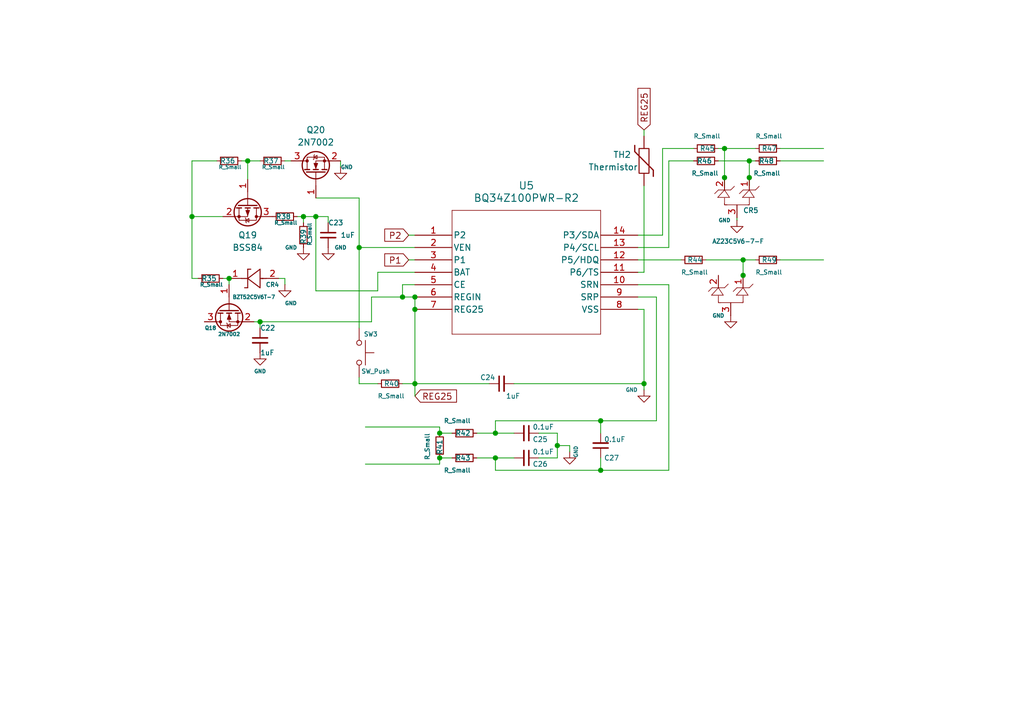
<source format=kicad_sch>
(kicad_sch
	(version 20250114)
	(generator "eeschema")
	(generator_version "9.0")
	(uuid "cba51f40-5731-4702-99b8-2ccc064476fa")
	(paper "A5")
	(title_block
		(title "BAttery Management System - Fuel Gauge Controller")
		(date "2025-04-12")
		(rev "0.0.1")
		(company "Portland State University")
		(comment 1 "Fernando Custodio, Tyler Tran")
		(comment 2 "Daniel Anishchenko, Cuauhtemoc Gomez, Cody Reid")
		(comment 3 "Capstone - Team #6")
	)
	(lib_symbols
		(symbol "AZ23C5V6-7-F:AZ23C5V6-7-F"
			(pin_names
				(offset 0.254)
			)
			(exclude_from_sim no)
			(in_bom yes)
			(on_board yes)
			(property "Reference" "CR2"
				(at 1.27 -3.81 90)
				(effects
					(font
						(size 1.016 1.016)
					)
					(justify right)
				)
			)
			(property "Value" "AZ23C5V6-7-F"
				(at -5.08 2.54 90)
				(effects
					(font
						(size 0.889 0.889)
					)
					(justify right)
				)
			)
			(property "Footprint" "DIODE3_AZ23C5V6-7-F_DIO"
				(at 13.208 8.382 0)
				(effects
					(font
						(size 1.27 1.27)
						(italic yes)
					)
					(hide yes)
				)
			)
			(property "Datasheet" "AZ23C5V6-7-F"
				(at 7.366 6.35 0)
				(effects
					(font
						(size 1.27 1.27)
						(italic yes)
					)
					(hide yes)
				)
			)
			(property "Description" ""
				(at 0 0 0)
				(effects
					(font
						(size 1.27 1.27)
					)
					(hide yes)
				)
			)
			(property "ki_locked" ""
				(at 0 0 0)
				(effects
					(font
						(size 1.27 1.27)
					)
				)
			)
			(property "ki_keywords" "AZ23C5V6-7-F"
				(at 0 0 0)
				(effects
					(font
						(size 1.27 1.27)
					)
					(hide yes)
				)
			)
			(property "ki_fp_filters" "DIODE3_AZ23C5V6-7-F_DIO DIODE3_AZ23C5V6-7-F_DIO-M DIODE3_AZ23C5V6-7-F_DIO-L"
				(at 0 0 0)
				(effects
					(font
						(size 1.27 1.27)
					)
					(hide yes)
				)
			)
			(symbol "AZ23C5V6-7-F_1_1"
				(polyline
					(pts
						(xy 2.413 0) (xy 2.413 -5.08)
					)
					(stroke
						(width 0.127)
						(type solid)
					)
					(fill
						(type none)
					)
				)
				(polyline
					(pts
						(xy 2.413 -2.54) (xy 2.159 -2.54)
					)
					(stroke
						(width 0.127)
						(type solid)
					)
					(fill
						(type none)
					)
				)
				(polyline
					(pts
						(xy 2.54 0) (xy 3.81 0)
					)
					(stroke
						(width 0.127)
						(type solid)
					)
					(fill
						(type none)
					)
				)
				(polyline
					(pts
						(xy 2.54 -5.08) (xy 3.81 -5.08)
					)
					(stroke
						(width 0.127)
						(type solid)
					)
					(fill
						(type none)
					)
				)
				(polyline
					(pts
						(xy 2.667 0) (xy 2.413 0) (xy 2.413 -0.508)
					)
					(stroke
						(width 0.127)
						(type solid)
					)
					(fill
						(type none)
					)
				)
				(polyline
					(pts
						(xy 2.667 -5.08) (xy 2.413 -5.08) (xy 2.413 -4.826)
					)
					(stroke
						(width 0.127)
						(type solid)
					)
					(fill
						(type none)
					)
				)
				(polyline
					(pts
						(xy 3.937 1.397) (xy 3.937 -1.016)
					)
					(stroke
						(width 0.127)
						(type solid)
					)
					(fill
						(type none)
					)
				)
				(polyline
					(pts
						(xy 3.937 -1.016) (xy 5.461 0)
					)
					(stroke
						(width 0.127)
						(type solid)
					)
					(fill
						(type none)
					)
				)
				(polyline
					(pts
						(xy 3.937 -3.683) (xy 3.937 -6.096)
					)
					(stroke
						(width 0.127)
						(type solid)
					)
					(fill
						(type none)
					)
				)
				(polyline
					(pts
						(xy 3.937 -6.096) (xy 5.461 -5.08)
					)
					(stroke
						(width 0.127)
						(type solid)
					)
					(fill
						(type none)
					)
				)
				(polyline
					(pts
						(xy 5.461 1.27) (xy 4.699 2.032)
					)
					(stroke
						(width 0.127)
						(type solid)
					)
					(fill
						(type none)
					)
				)
				(polyline
					(pts
						(xy 5.461 0) (xy 3.937 1.397)
					)
					(stroke
						(width 0.127)
						(type solid)
					)
					(fill
						(type none)
					)
				)
				(polyline
					(pts
						(xy 5.461 -1.27) (xy 5.461 1.27)
					)
					(stroke
						(width 0.127)
						(type solid)
					)
					(fill
						(type none)
					)
				)
				(polyline
					(pts
						(xy 5.461 -1.27) (xy 6.223 -2.032)
					)
					(stroke
						(width 0.127)
						(type solid)
					)
					(fill
						(type none)
					)
				)
				(polyline
					(pts
						(xy 5.461 -3.81) (xy 4.699 -3.048)
					)
					(stroke
						(width 0.127)
						(type solid)
					)
					(fill
						(type none)
					)
				)
				(polyline
					(pts
						(xy 5.461 -5.08) (xy 3.937 -3.683)
					)
					(stroke
						(width 0.127)
						(type solid)
					)
					(fill
						(type none)
					)
				)
				(polyline
					(pts
						(xy 5.461 -6.35) (xy 5.461 -3.81)
					)
					(stroke
						(width 0.127)
						(type solid)
					)
					(fill
						(type none)
					)
				)
				(polyline
					(pts
						(xy 5.461 -6.35) (xy 6.223 -7.112)
					)
					(stroke
						(width 0.127)
						(type solid)
					)
					(fill
						(type none)
					)
				)
				(pin unspecified line
					(at -0.254 -2.54 0)
					(length 2.54)
					(name ""
						(effects
							(font
								(size 1.27 1.27)
							)
						)
					)
					(number "3"
						(effects
							(font
								(size 1.27 1.27)
							)
						)
					)
				)
				(pin unspecified line
					(at 8.001 0 180)
					(length 2.54)
					(name ""
						(effects
							(font
								(size 1.27 1.27)
							)
						)
					)
					(number "2"
						(effects
							(font
								(size 1.27 1.27)
							)
						)
					)
				)
				(pin unspecified line
					(at 8.001 -5.08 180)
					(length 2.54)
					(name ""
						(effects
							(font
								(size 1.27 1.27)
							)
						)
					)
					(number "1"
						(effects
							(font
								(size 1.27 1.27)
							)
						)
					)
				)
			)
			(symbol "AZ23C5V6-7-F_1_2"
				(polyline
					(pts
						(xy -1.905 3.81) (xy 1.905 3.81)
					)
					(stroke
						(width 0.2032)
						(type default)
					)
					(fill
						(type none)
					)
				)
				(polyline
					(pts
						(xy 0 6.35) (xy -1.905 3.81)
					)
					(stroke
						(width 0.2032)
						(type default)
					)
					(fill
						(type none)
					)
				)
				(polyline
					(pts
						(xy 0 6.35) (xy 0 7.62)
					)
					(stroke
						(width 0.2032)
						(type default)
					)
					(fill
						(type none)
					)
				)
				(polyline
					(pts
						(xy 0 3.175) (xy 0 3.81)
					)
					(stroke
						(width 0.2032)
						(type default)
					)
					(fill
						(type none)
					)
				)
				(polyline
					(pts
						(xy 0 2.54) (xy 0 3.4798)
					)
					(stroke
						(width 0.2032)
						(type default)
					)
					(fill
						(type none)
					)
				)
				(polyline
					(pts
						(xy 1.905 6.35) (xy -1.905 6.35)
					)
					(stroke
						(width 0.2032)
						(type default)
					)
					(fill
						(type none)
					)
				)
				(polyline
					(pts
						(xy 1.905 3.81) (xy 0 6.35)
					)
					(stroke
						(width 0.2032)
						(type default)
					)
					(fill
						(type none)
					)
				)
				(pin unspecified line
					(at 0 10.16 270)
					(length 2.54)
					(name ""
						(effects
							(font
								(size 1.27 1.27)
							)
						)
					)
					(number "1"
						(effects
							(font
								(size 1.27 1.27)
							)
						)
					)
				)
				(pin unspecified line
					(at 0 0 90)
					(length 2.54)
					(name ""
						(effects
							(font
								(size 1.27 1.27)
							)
						)
					)
					(number "2"
						(effects
							(font
								(size 1.27 1.27)
							)
						)
					)
				)
			)
			(embedded_fonts no)
		)
		(symbol "AZ23C5V6-7-F_1"
			(pin_names
				(offset 0.254)
			)
			(exclude_from_sim no)
			(in_bom yes)
			(on_board yes)
			(property "Reference" "CR6"
				(at 5.08 -2.54 90)
				(effects
					(font
						(size 1.016 1.016)
					)
					(justify right)
					(hide yes)
				)
			)
			(property "Value" "AZ23C5V6-7-F"
				(at 2.54 -1.27 90)
				(effects
					(font
						(size 1.016 1.016)
					)
					(justify right)
					(hide yes)
				)
			)
			(property "Footprint" "DIODE3_AZ23C5V6-7-F_DIO"
				(at 0 0 0)
				(effects
					(font
						(size 1.27 1.27)
						(italic yes)
					)
					(hide yes)
				)
			)
			(property "Datasheet" "AZ23C5V6-7-F"
				(at 0 0 0)
				(effects
					(font
						(size 1.27 1.27)
						(italic yes)
					)
					(hide yes)
				)
			)
			(property "Description" ""
				(at 0 0 0)
				(effects
					(font
						(size 1.27 1.27)
					)
					(hide yes)
				)
			)
			(property "ki_locked" ""
				(at 0 0 0)
				(effects
					(font
						(size 1.27 1.27)
					)
				)
			)
			(property "ki_keywords" "AZ23C5V6-7-F"
				(at 0 0 0)
				(effects
					(font
						(size 1.27 1.27)
					)
					(hide yes)
				)
			)
			(property "ki_fp_filters" "DIODE3_AZ23C5V6-7-F_DIO DIODE3_AZ23C5V6-7-F_DIO-M DIODE3_AZ23C5V6-7-F_DIO-L"
				(at 0 0 0)
				(effects
					(font
						(size 1.27 1.27)
					)
					(hide yes)
				)
			)
			(symbol "AZ23C5V6-7-F_1_1_1"
				(polyline
					(pts
						(xy 2.667 1.27) (xy 2.667 -3.81)
					)
					(stroke
						(width 0.127)
						(type solid)
					)
					(fill
						(type none)
					)
				)
				(polyline
					(pts
						(xy 2.667 -1.27) (xy 2.413 -1.27)
					)
					(stroke
						(width 0.127)
						(type solid)
					)
					(fill
						(type none)
					)
				)
				(polyline
					(pts
						(xy 2.794 1.27) (xy 4.064 1.27)
					)
					(stroke
						(width 0.127)
						(type solid)
					)
					(fill
						(type none)
					)
				)
				(polyline
					(pts
						(xy 2.794 -3.81) (xy 4.064 -3.81)
					)
					(stroke
						(width 0.127)
						(type solid)
					)
					(fill
						(type none)
					)
				)
				(polyline
					(pts
						(xy 2.921 1.27) (xy 2.667 1.27) (xy 2.667 0.762)
					)
					(stroke
						(width 0.127)
						(type solid)
					)
					(fill
						(type none)
					)
				)
				(polyline
					(pts
						(xy 2.921 -3.81) (xy 2.667 -3.81) (xy 2.667 -3.556)
					)
					(stroke
						(width 0.127)
						(type solid)
					)
					(fill
						(type none)
					)
				)
				(polyline
					(pts
						(xy 4.191 2.667) (xy 4.191 0.254)
					)
					(stroke
						(width 0.127)
						(type solid)
					)
					(fill
						(type none)
					)
				)
				(polyline
					(pts
						(xy 4.191 0.254) (xy 5.715 1.27)
					)
					(stroke
						(width 0.127)
						(type solid)
					)
					(fill
						(type none)
					)
				)
				(polyline
					(pts
						(xy 4.191 -2.413) (xy 4.191 -4.826)
					)
					(stroke
						(width 0.127)
						(type solid)
					)
					(fill
						(type none)
					)
				)
				(polyline
					(pts
						(xy 4.191 -4.826) (xy 5.715 -3.81)
					)
					(stroke
						(width 0.127)
						(type solid)
					)
					(fill
						(type none)
					)
				)
				(polyline
					(pts
						(xy 5.715 2.54) (xy 4.953 3.302)
					)
					(stroke
						(width 0.127)
						(type solid)
					)
					(fill
						(type none)
					)
				)
				(polyline
					(pts
						(xy 5.715 1.27) (xy 4.191 2.667)
					)
					(stroke
						(width 0.127)
						(type solid)
					)
					(fill
						(type none)
					)
				)
				(polyline
					(pts
						(xy 5.715 0) (xy 5.715 2.54)
					)
					(stroke
						(width 0.127)
						(type solid)
					)
					(fill
						(type none)
					)
				)
				(polyline
					(pts
						(xy 5.715 0) (xy 6.477 -0.762)
					)
					(stroke
						(width 0.127)
						(type solid)
					)
					(fill
						(type none)
					)
				)
				(polyline
					(pts
						(xy 5.715 -2.54) (xy 4.953 -1.778)
					)
					(stroke
						(width 0.127)
						(type solid)
					)
					(fill
						(type none)
					)
				)
				(polyline
					(pts
						(xy 5.715 -3.81) (xy 4.191 -2.413)
					)
					(stroke
						(width 0.127)
						(type solid)
					)
					(fill
						(type none)
					)
				)
				(polyline
					(pts
						(xy 5.715 -5.08) (xy 5.715 -2.54)
					)
					(stroke
						(width 0.127)
						(type solid)
					)
					(fill
						(type none)
					)
				)
				(polyline
					(pts
						(xy 5.715 -5.08) (xy 6.477 -5.842)
					)
					(stroke
						(width 0.127)
						(type solid)
					)
					(fill
						(type none)
					)
				)
				(pin unspecified line
					(at 0 -1.27 0)
					(length 2.54)
					(name ""
						(effects
							(font
								(size 1.27 1.27)
							)
						)
					)
					(number "3"
						(effects
							(font
								(size 1.27 1.27)
							)
						)
					)
				)
				(pin unspecified line
					(at 8.255 1.27 180)
					(length 2.54)
					(name ""
						(effects
							(font
								(size 1.27 1.27)
							)
						)
					)
					(number "2"
						(effects
							(font
								(size 1.27 1.27)
							)
						)
					)
				)
				(pin unspecified line
					(at 8.255 -3.81 180)
					(length 2.54)
					(name ""
						(effects
							(font
								(size 1.27 1.27)
							)
						)
					)
					(number "1"
						(effects
							(font
								(size 1.27 1.27)
							)
						)
					)
				)
			)
			(symbol "AZ23C5V6-7-F_1_1_2"
				(polyline
					(pts
						(xy -1.905 3.81) (xy 1.905 3.81)
					)
					(stroke
						(width 0.2032)
						(type default)
					)
					(fill
						(type none)
					)
				)
				(polyline
					(pts
						(xy 0 6.35) (xy -1.905 3.81)
					)
					(stroke
						(width 0.2032)
						(type default)
					)
					(fill
						(type none)
					)
				)
				(polyline
					(pts
						(xy 0 6.35) (xy 0 7.62)
					)
					(stroke
						(width 0.2032)
						(type default)
					)
					(fill
						(type none)
					)
				)
				(polyline
					(pts
						(xy 0 3.175) (xy 0 3.81)
					)
					(stroke
						(width 0.2032)
						(type default)
					)
					(fill
						(type none)
					)
				)
				(polyline
					(pts
						(xy 0 2.54) (xy 0 3.4798)
					)
					(stroke
						(width 0.2032)
						(type default)
					)
					(fill
						(type none)
					)
				)
				(polyline
					(pts
						(xy 1.905 6.35) (xy -1.905 6.35)
					)
					(stroke
						(width 0.2032)
						(type default)
					)
					(fill
						(type none)
					)
				)
				(polyline
					(pts
						(xy 1.905 3.81) (xy 0 6.35)
					)
					(stroke
						(width 0.2032)
						(type default)
					)
					(fill
						(type none)
					)
				)
				(pin unspecified line
					(at 0 10.16 270)
					(length 2.54)
					(name ""
						(effects
							(font
								(size 1.27 1.27)
							)
						)
					)
					(number "1"
						(effects
							(font
								(size 1.27 1.27)
							)
						)
					)
				)
				(pin unspecified line
					(at 0 0 90)
					(length 2.54)
					(name ""
						(effects
							(font
								(size 1.27 1.27)
							)
						)
					)
					(number "2"
						(effects
							(font
								(size 1.27 1.27)
							)
						)
					)
				)
			)
			(embedded_fonts no)
		)
		(symbol "BQ34Z100PWR-R2:BQ34Z100PWR-R2"
			(pin_names
				(offset 0.254)
			)
			(exclude_from_sim no)
			(in_bom yes)
			(on_board yes)
			(property "Reference" "U"
				(at 22.86 10.16 0)
				(effects
					(font
						(size 1.524 1.524)
					)
				)
			)
			(property "Value" "BQ34Z100PWR-R2"
				(at 22.86 7.62 0)
				(effects
					(font
						(size 1.524 1.524)
					)
				)
			)
			(property "Footprint" "PW14_TEX"
				(at 0 0 0)
				(effects
					(font
						(size 1.27 1.27)
						(italic yes)
					)
					(hide yes)
				)
			)
			(property "Datasheet" "BQ34Z100PWR-R2"
				(at 0 0 0)
				(effects
					(font
						(size 1.27 1.27)
						(italic yes)
					)
					(hide yes)
				)
			)
			(property "Description" ""
				(at 0 0 0)
				(effects
					(font
						(size 1.27 1.27)
					)
					(hide yes)
				)
			)
			(property "ki_locked" ""
				(at 0 0 0)
				(effects
					(font
						(size 1.27 1.27)
					)
				)
			)
			(property "ki_keywords" "BQ34Z100PWR-R2"
				(at 0 0 0)
				(effects
					(font
						(size 1.27 1.27)
					)
					(hide yes)
				)
			)
			(property "ki_fp_filters" "PW14_TEX PW14_TEX-M PW14_TEX-L"
				(at 0 0 0)
				(effects
					(font
						(size 1.27 1.27)
					)
					(hide yes)
				)
			)
			(symbol "BQ34Z100PWR-R2_0_1"
				(polyline
					(pts
						(xy 7.62 5.08) (xy 7.62 -20.32)
					)
					(stroke
						(width 0.127)
						(type default)
					)
					(fill
						(type none)
					)
				)
				(polyline
					(pts
						(xy 7.62 -20.32) (xy 38.1 -20.32)
					)
					(stroke
						(width 0.127)
						(type default)
					)
					(fill
						(type none)
					)
				)
				(polyline
					(pts
						(xy 38.1 5.08) (xy 7.62 5.08)
					)
					(stroke
						(width 0.127)
						(type default)
					)
					(fill
						(type none)
					)
				)
				(polyline
					(pts
						(xy 38.1 -20.32) (xy 38.1 5.08)
					)
					(stroke
						(width 0.127)
						(type default)
					)
					(fill
						(type none)
					)
				)
				(pin output line
					(at 0 0 0)
					(length 7.62)
					(name "P2"
						(effects
							(font
								(size 1.27 1.27)
							)
						)
					)
					(number "1"
						(effects
							(font
								(size 1.27 1.27)
							)
						)
					)
				)
				(pin output line
					(at 0 -2.54 0)
					(length 7.62)
					(name "VEN"
						(effects
							(font
								(size 1.27 1.27)
							)
						)
					)
					(number "2"
						(effects
							(font
								(size 1.27 1.27)
							)
						)
					)
				)
				(pin output line
					(at 0 -5.08 0)
					(length 7.62)
					(name "P1"
						(effects
							(font
								(size 1.27 1.27)
							)
						)
					)
					(number "3"
						(effects
							(font
								(size 1.27 1.27)
							)
						)
					)
				)
				(pin input line
					(at 0 -7.62 0)
					(length 7.62)
					(name "BAT"
						(effects
							(font
								(size 1.27 1.27)
							)
						)
					)
					(number "4"
						(effects
							(font
								(size 1.27 1.27)
							)
						)
					)
				)
				(pin input line
					(at 0 -10.16 0)
					(length 7.62)
					(name "CE"
						(effects
							(font
								(size 1.27 1.27)
							)
						)
					)
					(number "5"
						(effects
							(font
								(size 1.27 1.27)
							)
						)
					)
				)
				(pin power_in line
					(at 0 -12.7 0)
					(length 7.62)
					(name "REGIN"
						(effects
							(font
								(size 1.27 1.27)
							)
						)
					)
					(number "6"
						(effects
							(font
								(size 1.27 1.27)
							)
						)
					)
				)
				(pin power_in line
					(at 0 -15.24 0)
					(length 7.62)
					(name "REG25"
						(effects
							(font
								(size 1.27 1.27)
							)
						)
					)
					(number "7"
						(effects
							(font
								(size 1.27 1.27)
							)
						)
					)
				)
				(pin bidirectional line
					(at 45.72 0 180)
					(length 7.62)
					(name "P3/SDA"
						(effects
							(font
								(size 1.27 1.27)
							)
						)
					)
					(number "14"
						(effects
							(font
								(size 1.27 1.27)
							)
						)
					)
				)
				(pin input line
					(at 45.72 -2.54 180)
					(length 7.62)
					(name "P4/SCL"
						(effects
							(font
								(size 1.27 1.27)
							)
						)
					)
					(number "13"
						(effects
							(font
								(size 1.27 1.27)
							)
						)
					)
				)
				(pin bidirectional line
					(at 45.72 -5.08 180)
					(length 7.62)
					(name "P5/HDQ"
						(effects
							(font
								(size 1.27 1.27)
							)
						)
					)
					(number "12"
						(effects
							(font
								(size 1.27 1.27)
							)
						)
					)
				)
				(pin input line
					(at 45.72 -7.62 180)
					(length 7.62)
					(name "P6/TS"
						(effects
							(font
								(size 1.27 1.27)
							)
						)
					)
					(number "11"
						(effects
							(font
								(size 1.27 1.27)
							)
						)
					)
				)
				(pin input line
					(at 45.72 -10.16 180)
					(length 7.62)
					(name "SRN"
						(effects
							(font
								(size 1.27 1.27)
							)
						)
					)
					(number "10"
						(effects
							(font
								(size 1.27 1.27)
							)
						)
					)
				)
				(pin input line
					(at 45.72 -12.7 180)
					(length 7.62)
					(name "SRP"
						(effects
							(font
								(size 1.27 1.27)
							)
						)
					)
					(number "9"
						(effects
							(font
								(size 1.27 1.27)
							)
						)
					)
				)
				(pin power_in line
					(at 45.72 -15.24 180)
					(length 7.62)
					(name "VSS"
						(effects
							(font
								(size 1.27 1.27)
							)
						)
					)
					(number "8"
						(effects
							(font
								(size 1.27 1.27)
							)
						)
					)
				)
			)
			(embedded_fonts no)
		)
		(symbol "BZT52C5V6T:BZT52C5V6T-7"
			(pin_names
				(offset 0.254)
			)
			(exclude_from_sim no)
			(in_bom yes)
			(on_board yes)
			(property "Reference" "CR"
				(at 5.08 4.445 0)
				(effects
					(font
						(size 1.524 1.524)
					)
				)
			)
			(property "Value" "BZT52C5V6T-7"
				(at 5.08 -3.81 0)
				(effects
					(font
						(size 1.524 1.524)
					)
				)
			)
			(property "Footprint" "ZDO_SOD123_DIO"
				(at 0 0 0)
				(effects
					(font
						(size 1.27 1.27)
						(italic yes)
					)
					(hide yes)
				)
			)
			(property "Datasheet" "BZT52C5V6T-7"
				(at 0 0 0)
				(effects
					(font
						(size 1.27 1.27)
						(italic yes)
					)
					(hide yes)
				)
			)
			(property "Description" ""
				(at 0 0 0)
				(effects
					(font
						(size 1.27 1.27)
					)
					(hide yes)
				)
			)
			(property "ki_locked" ""
				(at 0 0 0)
				(effects
					(font
						(size 1.27 1.27)
					)
				)
			)
			(property "ki_keywords" "BZT52C5V6T-7"
				(at 0 0 0)
				(effects
					(font
						(size 1.27 1.27)
					)
					(hide yes)
				)
			)
			(property "ki_fp_filters" "ZDO_SOD123_DIO ZDO_SOD123_DIO-M ZDO_SOD123_DIO-L"
				(at 0 0 0)
				(effects
					(font
						(size 1.27 1.27)
					)
					(hide yes)
				)
			)
			(symbol "BZT52C5V6T-7_0_1"
				(polyline
					(pts
						(xy 2.54 0) (xy 3.4798 0)
					)
					(stroke
						(width 0.2032)
						(type default)
					)
					(fill
						(type none)
					)
				)
				(polyline
					(pts
						(xy 3.175 0) (xy 3.81 0)
					)
					(stroke
						(width 0.2032)
						(type default)
					)
					(fill
						(type none)
					)
				)
				(polyline
					(pts
						(xy 3.81 1.905) (xy 3.81 -1.905)
					)
					(stroke
						(width 0.2032)
						(type default)
					)
					(fill
						(type none)
					)
				)
				(polyline
					(pts
						(xy 3.81 -1.905) (xy 6.35 0)
					)
					(stroke
						(width 0.2032)
						(type default)
					)
					(fill
						(type none)
					)
				)
				(polyline
					(pts
						(xy 6.35 1.905) (xy 6.985 1.905)
					)
					(stroke
						(width 0.2032)
						(type default)
					)
					(fill
						(type none)
					)
				)
				(polyline
					(pts
						(xy 6.35 0) (xy 3.81 1.905)
					)
					(stroke
						(width 0.2032)
						(type default)
					)
					(fill
						(type none)
					)
				)
				(polyline
					(pts
						(xy 6.35 0) (xy 7.62 0)
					)
					(stroke
						(width 0.2032)
						(type default)
					)
					(fill
						(type none)
					)
				)
				(polyline
					(pts
						(xy 6.35 -1.905) (xy 5.715 -1.905)
					)
					(stroke
						(width 0.2032)
						(type default)
					)
					(fill
						(type none)
					)
				)
				(polyline
					(pts
						(xy 6.35 -1.905) (xy 6.35 1.905)
					)
					(stroke
						(width 0.2032)
						(type default)
					)
					(fill
						(type none)
					)
				)
				(pin unspecified line
					(at 0 0 0)
					(length 2.54)
					(name ""
						(effects
							(font
								(size 1.27 1.27)
							)
						)
					)
					(number "2"
						(effects
							(font
								(size 1.27 1.27)
							)
						)
					)
				)
				(pin unspecified line
					(at 10.16 0 180)
					(length 2.54)
					(name ""
						(effects
							(font
								(size 1.27 1.27)
							)
						)
					)
					(number "1"
						(effects
							(font
								(size 1.27 1.27)
							)
						)
					)
				)
			)
			(embedded_fonts no)
		)
		(symbol "Device:C_Small"
			(pin_numbers
				(hide yes)
			)
			(pin_names
				(offset 0.254)
				(hide yes)
			)
			(exclude_from_sim no)
			(in_bom yes)
			(on_board yes)
			(property "Reference" "C"
				(at 0.254 1.778 0)
				(effects
					(font
						(size 1.27 1.27)
					)
					(justify left)
				)
			)
			(property "Value" "C_Small"
				(at 0.254 -2.032 0)
				(effects
					(font
						(size 1.27 1.27)
					)
					(justify left)
				)
			)
			(property "Footprint" ""
				(at 0 0 0)
				(effects
					(font
						(size 1.27 1.27)
					)
					(hide yes)
				)
			)
			(property "Datasheet" "~"
				(at 0 0 0)
				(effects
					(font
						(size 1.27 1.27)
					)
					(hide yes)
				)
			)
			(property "Description" "Unpolarized capacitor, small symbol"
				(at 0 0 0)
				(effects
					(font
						(size 1.27 1.27)
					)
					(hide yes)
				)
			)
			(property "ki_keywords" "capacitor cap"
				(at 0 0 0)
				(effects
					(font
						(size 1.27 1.27)
					)
					(hide yes)
				)
			)
			(property "ki_fp_filters" "C_*"
				(at 0 0 0)
				(effects
					(font
						(size 1.27 1.27)
					)
					(hide yes)
				)
			)
			(symbol "C_Small_0_1"
				(polyline
					(pts
						(xy -1.524 0.508) (xy 1.524 0.508)
					)
					(stroke
						(width 0.3048)
						(type default)
					)
					(fill
						(type none)
					)
				)
				(polyline
					(pts
						(xy -1.524 -0.508) (xy 1.524 -0.508)
					)
					(stroke
						(width 0.3302)
						(type default)
					)
					(fill
						(type none)
					)
				)
			)
			(symbol "C_Small_1_1"
				(pin passive line
					(at 0 2.54 270)
					(length 2.032)
					(name "~"
						(effects
							(font
								(size 1.27 1.27)
							)
						)
					)
					(number "1"
						(effects
							(font
								(size 1.27 1.27)
							)
						)
					)
				)
				(pin passive line
					(at 0 -2.54 90)
					(length 2.032)
					(name "~"
						(effects
							(font
								(size 1.27 1.27)
							)
						)
					)
					(number "2"
						(effects
							(font
								(size 1.27 1.27)
							)
						)
					)
				)
			)
			(embedded_fonts no)
		)
		(symbol "Device:R_Small"
			(pin_numbers
				(hide yes)
			)
			(pin_names
				(offset 0.254)
				(hide yes)
			)
			(exclude_from_sim no)
			(in_bom yes)
			(on_board yes)
			(property "Reference" "R"
				(at 0 0 90)
				(effects
					(font
						(size 1.016 1.016)
					)
				)
			)
			(property "Value" "R_Small"
				(at 1.778 0 90)
				(effects
					(font
						(size 1.27 1.27)
					)
				)
			)
			(property "Footprint" ""
				(at 0 0 0)
				(effects
					(font
						(size 1.27 1.27)
					)
					(hide yes)
				)
			)
			(property "Datasheet" "~"
				(at 0 0 0)
				(effects
					(font
						(size 1.27 1.27)
					)
					(hide yes)
				)
			)
			(property "Description" "Resistor, small symbol"
				(at 0 0 0)
				(effects
					(font
						(size 1.27 1.27)
					)
					(hide yes)
				)
			)
			(property "ki_keywords" "R resistor"
				(at 0 0 0)
				(effects
					(font
						(size 1.27 1.27)
					)
					(hide yes)
				)
			)
			(property "ki_fp_filters" "R_*"
				(at 0 0 0)
				(effects
					(font
						(size 1.27 1.27)
					)
					(hide yes)
				)
			)
			(symbol "R_Small_0_1"
				(rectangle
					(start -0.762 1.778)
					(end 0.762 -1.778)
					(stroke
						(width 0.2032)
						(type default)
					)
					(fill
						(type none)
					)
				)
			)
			(symbol "R_Small_1_1"
				(pin passive line
					(at 0 2.54 270)
					(length 0.762)
					(name "~"
						(effects
							(font
								(size 1.27 1.27)
							)
						)
					)
					(number "1"
						(effects
							(font
								(size 1.27 1.27)
							)
						)
					)
				)
				(pin passive line
					(at 0 -2.54 90)
					(length 0.762)
					(name "~"
						(effects
							(font
								(size 1.27 1.27)
							)
						)
					)
					(number "2"
						(effects
							(font
								(size 1.27 1.27)
							)
						)
					)
				)
			)
			(embedded_fonts no)
		)
		(symbol "Device:Thermistor"
			(pin_numbers
				(hide yes)
			)
			(pin_names
				(offset 0)
			)
			(exclude_from_sim no)
			(in_bom yes)
			(on_board yes)
			(property "Reference" "TH"
				(at 2.54 1.27 90)
				(effects
					(font
						(size 1.27 1.27)
					)
				)
			)
			(property "Value" "Thermistor"
				(at -2.54 0 90)
				(effects
					(font
						(size 1.27 1.27)
					)
					(justify bottom)
				)
			)
			(property "Footprint" ""
				(at 0 0 0)
				(effects
					(font
						(size 1.27 1.27)
					)
					(hide yes)
				)
			)
			(property "Datasheet" "~"
				(at 0 0 0)
				(effects
					(font
						(size 1.27 1.27)
					)
					(hide yes)
				)
			)
			(property "Description" "Temperature dependent resistor"
				(at 0 0 0)
				(effects
					(font
						(size 1.27 1.27)
					)
					(hide yes)
				)
			)
			(property "ki_keywords" "R res thermistor"
				(at 0 0 0)
				(effects
					(font
						(size 1.27 1.27)
					)
					(hide yes)
				)
			)
			(property "ki_fp_filters" "R_*"
				(at 0 0 0)
				(effects
					(font
						(size 1.27 1.27)
					)
					(hide yes)
				)
			)
			(symbol "Thermistor_0_1"
				(polyline
					(pts
						(xy -1.905 3.175) (xy -1.905 1.905) (xy 1.905 -1.905) (xy 1.905 -3.175) (xy 1.905 -3.175)
					)
					(stroke
						(width 0.254)
						(type default)
					)
					(fill
						(type none)
					)
				)
				(rectangle
					(start -1.016 2.54)
					(end 1.016 -2.54)
					(stroke
						(width 0.2032)
						(type default)
					)
					(fill
						(type none)
					)
				)
			)
			(symbol "Thermistor_1_1"
				(pin passive line
					(at 0 5.08 270)
					(length 2.54)
					(name "~"
						(effects
							(font
								(size 1.27 1.27)
							)
						)
					)
					(number "1"
						(effects
							(font
								(size 1.27 1.27)
							)
						)
					)
				)
				(pin passive line
					(at 0 -5.08 90)
					(length 2.54)
					(name "~"
						(effects
							(font
								(size 1.27 1.27)
							)
						)
					)
					(number "2"
						(effects
							(font
								(size 1.27 1.27)
							)
						)
					)
				)
			)
			(embedded_fonts no)
		)
		(symbol "Switch:SW_Push"
			(pin_numbers
				(hide yes)
			)
			(pin_names
				(offset 1.016)
				(hide yes)
			)
			(exclude_from_sim no)
			(in_bom yes)
			(on_board yes)
			(property "Reference" "SW"
				(at 1.27 2.54 0)
				(effects
					(font
						(size 1.27 1.27)
					)
					(justify left)
				)
			)
			(property "Value" "SW_Push"
				(at 0 -1.524 0)
				(effects
					(font
						(size 1.27 1.27)
					)
				)
			)
			(property "Footprint" ""
				(at 0 5.08 0)
				(effects
					(font
						(size 1.27 1.27)
					)
					(hide yes)
				)
			)
			(property "Datasheet" "~"
				(at 0 5.08 0)
				(effects
					(font
						(size 1.27 1.27)
					)
					(hide yes)
				)
			)
			(property "Description" "Push button switch, generic, two pins"
				(at 0 0 0)
				(effects
					(font
						(size 1.27 1.27)
					)
					(hide yes)
				)
			)
			(property "ki_keywords" "switch normally-open pushbutton push-button"
				(at 0 0 0)
				(effects
					(font
						(size 1.27 1.27)
					)
					(hide yes)
				)
			)
			(symbol "SW_Push_0_1"
				(circle
					(center -2.032 0)
					(radius 0.508)
					(stroke
						(width 0)
						(type default)
					)
					(fill
						(type none)
					)
				)
				(polyline
					(pts
						(xy 0 1.27) (xy 0 3.048)
					)
					(stroke
						(width 0)
						(type default)
					)
					(fill
						(type none)
					)
				)
				(circle
					(center 2.032 0)
					(radius 0.508)
					(stroke
						(width 0)
						(type default)
					)
					(fill
						(type none)
					)
				)
				(polyline
					(pts
						(xy 2.54 1.27) (xy -2.54 1.27)
					)
					(stroke
						(width 0)
						(type default)
					)
					(fill
						(type none)
					)
				)
				(pin passive line
					(at -5.08 0 0)
					(length 2.54)
					(name "1"
						(effects
							(font
								(size 1.27 1.27)
							)
						)
					)
					(number "1"
						(effects
							(font
								(size 1.27 1.27)
							)
						)
					)
				)
				(pin passive line
					(at 5.08 0 180)
					(length 2.54)
					(name "2"
						(effects
							(font
								(size 1.27 1.27)
							)
						)
					)
					(number "2"
						(effects
							(font
								(size 1.27 1.27)
							)
						)
					)
				)
			)
			(embedded_fonts no)
		)
		(symbol "Transistor_FET:2N7002"
			(pin_names
				(hide yes)
			)
			(exclude_from_sim no)
			(in_bom yes)
			(on_board yes)
			(property "Reference" "Q"
				(at 5.08 1.905 0)
				(effects
					(font
						(size 1.27 1.27)
					)
					(justify left)
				)
			)
			(property "Value" "2N7002"
				(at 5.08 0 0)
				(effects
					(font
						(size 1.27 1.27)
					)
					(justify left)
				)
			)
			(property "Footprint" "Package_TO_SOT_SMD:SOT-23"
				(at 5.08 -1.905 0)
				(effects
					(font
						(size 1.27 1.27)
						(italic yes)
					)
					(justify left)
					(hide yes)
				)
			)
			(property "Datasheet" "https://www.onsemi.com/pub/Collateral/NDS7002A-D.PDF"
				(at 5.08 -3.81 0)
				(effects
					(font
						(size 1.27 1.27)
					)
					(justify left)
					(hide yes)
				)
			)
			(property "Description" "0.115A Id, 60V Vds, N-Channel MOSFET, SOT-23"
				(at 0 0 0)
				(effects
					(font
						(size 1.27 1.27)
					)
					(hide yes)
				)
			)
			(property "ki_keywords" "N-Channel Switching MOSFET"
				(at 0 0 0)
				(effects
					(font
						(size 1.27 1.27)
					)
					(hide yes)
				)
			)
			(property "ki_fp_filters" "SOT?23*"
				(at 0 0 0)
				(effects
					(font
						(size 1.27 1.27)
					)
					(hide yes)
				)
			)
			(symbol "2N7002_0_1"
				(polyline
					(pts
						(xy 0.254 1.905) (xy 0.254 -1.905)
					)
					(stroke
						(width 0.254)
						(type default)
					)
					(fill
						(type none)
					)
				)
				(polyline
					(pts
						(xy 0.254 0) (xy -2.54 0)
					)
					(stroke
						(width 0)
						(type default)
					)
					(fill
						(type none)
					)
				)
				(polyline
					(pts
						(xy 0.762 2.286) (xy 0.762 1.27)
					)
					(stroke
						(width 0.254)
						(type default)
					)
					(fill
						(type none)
					)
				)
				(polyline
					(pts
						(xy 0.762 0.508) (xy 0.762 -0.508)
					)
					(stroke
						(width 0.254)
						(type default)
					)
					(fill
						(type none)
					)
				)
				(polyline
					(pts
						(xy 0.762 -1.27) (xy 0.762 -2.286)
					)
					(stroke
						(width 0.254)
						(type default)
					)
					(fill
						(type none)
					)
				)
				(polyline
					(pts
						(xy 0.762 -1.778) (xy 3.302 -1.778) (xy 3.302 1.778) (xy 0.762 1.778)
					)
					(stroke
						(width 0)
						(type default)
					)
					(fill
						(type none)
					)
				)
				(polyline
					(pts
						(xy 1.016 0) (xy 2.032 0.381) (xy 2.032 -0.381) (xy 1.016 0)
					)
					(stroke
						(width 0)
						(type default)
					)
					(fill
						(type outline)
					)
				)
				(circle
					(center 1.651 0)
					(radius 2.794)
					(stroke
						(width 0.254)
						(type default)
					)
					(fill
						(type none)
					)
				)
				(polyline
					(pts
						(xy 2.54 2.54) (xy 2.54 1.778)
					)
					(stroke
						(width 0)
						(type default)
					)
					(fill
						(type none)
					)
				)
				(circle
					(center 2.54 1.778)
					(radius 0.254)
					(stroke
						(width 0)
						(type default)
					)
					(fill
						(type outline)
					)
				)
				(circle
					(center 2.54 -1.778)
					(radius 0.254)
					(stroke
						(width 0)
						(type default)
					)
					(fill
						(type outline)
					)
				)
				(polyline
					(pts
						(xy 2.54 -2.54) (xy 2.54 0) (xy 0.762 0)
					)
					(stroke
						(width 0)
						(type default)
					)
					(fill
						(type none)
					)
				)
				(polyline
					(pts
						(xy 2.794 0.508) (xy 2.921 0.381) (xy 3.683 0.381) (xy 3.81 0.254)
					)
					(stroke
						(width 0)
						(type default)
					)
					(fill
						(type none)
					)
				)
				(polyline
					(pts
						(xy 3.302 0.381) (xy 2.921 -0.254) (xy 3.683 -0.254) (xy 3.302 0.381)
					)
					(stroke
						(width 0)
						(type default)
					)
					(fill
						(type none)
					)
				)
			)
			(symbol "2N7002_1_1"
				(pin input line
					(at -5.08 0 0)
					(length 2.54)
					(name "G"
						(effects
							(font
								(size 1.27 1.27)
							)
						)
					)
					(number "1"
						(effects
							(font
								(size 1.27 1.27)
							)
						)
					)
				)
				(pin passive line
					(at 2.54 5.08 270)
					(length 2.54)
					(name "D"
						(effects
							(font
								(size 1.27 1.27)
							)
						)
					)
					(number "3"
						(effects
							(font
								(size 1.27 1.27)
							)
						)
					)
				)
				(pin passive line
					(at 2.54 -5.08 90)
					(length 2.54)
					(name "S"
						(effects
							(font
								(size 1.27 1.27)
							)
						)
					)
					(number "2"
						(effects
							(font
								(size 1.27 1.27)
							)
						)
					)
				)
			)
			(embedded_fonts no)
		)
		(symbol "Transistor_FET:BSS84"
			(pin_names
				(hide yes)
			)
			(exclude_from_sim no)
			(in_bom yes)
			(on_board yes)
			(property "Reference" "Q"
				(at 5.08 1.905 0)
				(effects
					(font
						(size 1.27 1.27)
					)
					(justify left)
				)
			)
			(property "Value" "BSS84"
				(at 5.08 0 0)
				(effects
					(font
						(size 1.27 1.27)
					)
					(justify left)
				)
			)
			(property "Footprint" "Package_TO_SOT_SMD:SOT-23"
				(at 5.08 -1.905 0)
				(effects
					(font
						(size 1.27 1.27)
						(italic yes)
					)
					(justify left)
					(hide yes)
				)
			)
			(property "Datasheet" "http://assets.nexperia.com/documents/data-sheet/BSS84.pdf"
				(at 5.08 -3.81 0)
				(effects
					(font
						(size 1.27 1.27)
					)
					(justify left)
					(hide yes)
				)
			)
			(property "Description" "-0.13A Id, -50V Vds, P-Channel MOSFET, SOT-23"
				(at 0 0 0)
				(effects
					(font
						(size 1.27 1.27)
					)
					(hide yes)
				)
			)
			(property "ki_keywords" "P-Channel MOSFET"
				(at 0 0 0)
				(effects
					(font
						(size 1.27 1.27)
					)
					(hide yes)
				)
			)
			(property "ki_fp_filters" "SOT?23*"
				(at 0 0 0)
				(effects
					(font
						(size 1.27 1.27)
					)
					(hide yes)
				)
			)
			(symbol "BSS84_0_1"
				(polyline
					(pts
						(xy 0.254 1.905) (xy 0.254 -1.905)
					)
					(stroke
						(width 0.254)
						(type default)
					)
					(fill
						(type none)
					)
				)
				(polyline
					(pts
						(xy 0.254 0) (xy -2.54 0)
					)
					(stroke
						(width 0)
						(type default)
					)
					(fill
						(type none)
					)
				)
				(polyline
					(pts
						(xy 0.762 2.286) (xy 0.762 1.27)
					)
					(stroke
						(width 0.254)
						(type default)
					)
					(fill
						(type none)
					)
				)
				(polyline
					(pts
						(xy 0.762 1.778) (xy 3.302 1.778) (xy 3.302 -1.778) (xy 0.762 -1.778)
					)
					(stroke
						(width 0)
						(type default)
					)
					(fill
						(type none)
					)
				)
				(polyline
					(pts
						(xy 0.762 0.508) (xy 0.762 -0.508)
					)
					(stroke
						(width 0.254)
						(type default)
					)
					(fill
						(type none)
					)
				)
				(polyline
					(pts
						(xy 0.762 -1.27) (xy 0.762 -2.286)
					)
					(stroke
						(width 0.254)
						(type default)
					)
					(fill
						(type none)
					)
				)
				(circle
					(center 1.651 0)
					(radius 2.794)
					(stroke
						(width 0.254)
						(type default)
					)
					(fill
						(type none)
					)
				)
				(polyline
					(pts
						(xy 2.286 0) (xy 1.27 0.381) (xy 1.27 -0.381) (xy 2.286 0)
					)
					(stroke
						(width 0)
						(type default)
					)
					(fill
						(type outline)
					)
				)
				(polyline
					(pts
						(xy 2.54 2.54) (xy 2.54 1.778)
					)
					(stroke
						(width 0)
						(type default)
					)
					(fill
						(type none)
					)
				)
				(circle
					(center 2.54 1.778)
					(radius 0.254)
					(stroke
						(width 0)
						(type default)
					)
					(fill
						(type outline)
					)
				)
				(circle
					(center 2.54 -1.778)
					(radius 0.254)
					(stroke
						(width 0)
						(type default)
					)
					(fill
						(type outline)
					)
				)
				(polyline
					(pts
						(xy 2.54 -2.54) (xy 2.54 0) (xy 0.762 0)
					)
					(stroke
						(width 0)
						(type default)
					)
					(fill
						(type none)
					)
				)
				(polyline
					(pts
						(xy 2.794 -0.508) (xy 2.921 -0.381) (xy 3.683 -0.381) (xy 3.81 -0.254)
					)
					(stroke
						(width 0)
						(type default)
					)
					(fill
						(type none)
					)
				)
				(polyline
					(pts
						(xy 3.302 -0.381) (xy 2.921 0.254) (xy 3.683 0.254) (xy 3.302 -0.381)
					)
					(stroke
						(width 0)
						(type default)
					)
					(fill
						(type none)
					)
				)
			)
			(symbol "BSS84_1_1"
				(pin input line
					(at -5.08 0 0)
					(length 2.54)
					(name "G"
						(effects
							(font
								(size 1.27 1.27)
							)
						)
					)
					(number "1"
						(effects
							(font
								(size 1.27 1.27)
							)
						)
					)
				)
				(pin passive line
					(at 2.54 5.08 270)
					(length 2.54)
					(name "D"
						(effects
							(font
								(size 1.27 1.27)
							)
						)
					)
					(number "3"
						(effects
							(font
								(size 1.27 1.27)
							)
						)
					)
				)
				(pin passive line
					(at 2.54 -5.08 90)
					(length 2.54)
					(name "S"
						(effects
							(font
								(size 1.27 1.27)
							)
						)
					)
					(number "2"
						(effects
							(font
								(size 1.27 1.27)
							)
						)
					)
				)
			)
			(embedded_fonts no)
		)
		(symbol "power:GND"
			(power)
			(pin_numbers
				(hide yes)
			)
			(pin_names
				(offset 0)
				(hide yes)
			)
			(exclude_from_sim no)
			(in_bom yes)
			(on_board yes)
			(property "Reference" "#PWR"
				(at 0 -6.35 0)
				(effects
					(font
						(size 1.27 1.27)
					)
					(hide yes)
				)
			)
			(property "Value" "GND"
				(at 0 -3.81 0)
				(effects
					(font
						(size 1.27 1.27)
					)
				)
			)
			(property "Footprint" ""
				(at 0 0 0)
				(effects
					(font
						(size 1.27 1.27)
					)
					(hide yes)
				)
			)
			(property "Datasheet" ""
				(at 0 0 0)
				(effects
					(font
						(size 1.27 1.27)
					)
					(hide yes)
				)
			)
			(property "Description" "Power symbol creates a global label with name \"GND\" , ground"
				(at 0 0 0)
				(effects
					(font
						(size 1.27 1.27)
					)
					(hide yes)
				)
			)
			(property "ki_keywords" "global power"
				(at 0 0 0)
				(effects
					(font
						(size 1.27 1.27)
					)
					(hide yes)
				)
			)
			(symbol "GND_0_1"
				(polyline
					(pts
						(xy 0 0) (xy 0 -1.27) (xy 1.27 -1.27) (xy 0 -2.54) (xy -1.27 -1.27) (xy 0 -1.27)
					)
					(stroke
						(width 0)
						(type default)
					)
					(fill
						(type none)
					)
				)
			)
			(symbol "GND_1_1"
				(pin power_in line
					(at 0 0 270)
					(length 0)
					(name "~"
						(effects
							(font
								(size 1.27 1.27)
							)
						)
					)
					(number "1"
						(effects
							(font
								(size 1.27 1.27)
							)
						)
					)
				)
			)
			(embedded_fonts no)
		)
	)
	(junction
		(at 153.67 33.02)
		(diameter 0)
		(color 0 0 0 0)
		(uuid "00296819-f42e-4eda-837b-6f8c3ea04763")
	)
	(junction
		(at 153.67 36.449)
		(diameter 0)
		(color 0 0 0 0)
		(uuid "14d621d9-6d04-41fa-bade-cd431355f67f")
	)
	(junction
		(at 64.77 44.45)
		(diameter 0)
		(color 0 0 0 0)
		(uuid "1f0e16e3-a644-44ef-a020-e46325339e41")
	)
	(junction
		(at 101.6 88.9)
		(diameter 0)
		(color 0 0 0 0)
		(uuid "22227b44-85de-47cc-b0a2-7823ced136db")
	)
	(junction
		(at 53.34 66.04)
		(diameter 0)
		(color 0 0 0 0)
		(uuid "26b67bd8-09a2-4a8a-b2d5-a36e927cbbaa")
	)
	(junction
		(at 50.8 33.02)
		(diameter 0)
		(color 0 0 0 0)
		(uuid "3d4ab005-8e09-4916-ad50-b3b3cc28291f")
	)
	(junction
		(at 85.09 60.96)
		(diameter 0)
		(color 0 0 0 0)
		(uuid "58b4fed9-f8cc-49f3-9447-8cb878b5098d")
	)
	(junction
		(at 123.19 96.52)
		(diameter 0)
		(color 0 0 0 0)
		(uuid "642e7b8a-45df-48c7-a741-10b97d5345e5")
	)
	(junction
		(at 82.55 60.96)
		(diameter 0)
		(color 0 0 0 0)
		(uuid "7271ed85-088d-4a54-85e4-90b1b696c291")
	)
	(junction
		(at 90.17 93.98)
		(diameter 0)
		(color 0 0 0 0)
		(uuid "80736bcd-46d9-4858-a576-1e865e86b939")
	)
	(junction
		(at 73.66 50.8)
		(diameter 0)
		(color 0 0 0 0)
		(uuid "89c36928-1994-42a6-a8b5-150fb4a222b3")
	)
	(junction
		(at 85.09 63.5)
		(diameter 0)
		(color 0 0 0 0)
		(uuid "8c34b95f-76e6-4e8b-9092-9ca67b4d77fc")
	)
	(junction
		(at 148.59 30.48)
		(diameter 0)
		(color 0 0 0 0)
		(uuid "98b459e3-f774-4542-a05f-740022d662c2")
	)
	(junction
		(at 62.23 44.45)
		(diameter 0)
		(color 0 0 0 0)
		(uuid "9c0d5487-60e8-4a4b-a054-398973a5c0d8")
	)
	(junction
		(at 148.59 36.449)
		(diameter 0)
		(color 0 0 0 0)
		(uuid "a69c9357-fa92-45d5-bce4-2f3bb777cb63")
	)
	(junction
		(at 132.08 78.74)
		(diameter 0)
		(color 0 0 0 0)
		(uuid "ac29c29f-c545-4665-9b07-8332d78752bd")
	)
	(junction
		(at 39.37 44.45)
		(diameter 0)
		(color 0 0 0 0)
		(uuid "ba660c15-a1d8-4999-878b-99b06a32c241")
	)
	(junction
		(at 46.99 57.15)
		(diameter 0)
		(color 0 0 0 0)
		(uuid "d136a62b-5add-42cd-8bee-a5c7df49f15b")
	)
	(junction
		(at 152.4 53.34)
		(diameter 0)
		(color 0 0 0 0)
		(uuid "d75be566-8ea5-46c2-8ded-1ae1a06ba5f8")
	)
	(junction
		(at 101.6 93.98)
		(diameter 0)
		(color 0 0 0 0)
		(uuid "d7761066-2d0b-460c-99a8-253f3b0b5490")
	)
	(junction
		(at 114.3 91.44)
		(diameter 0)
		(color 0 0 0 0)
		(uuid "db09f2b0-ef5f-4abb-92d3-3c6b3d4b4aa4")
	)
	(junction
		(at 85.09 78.74)
		(diameter 0)
		(color 0 0 0 0)
		(uuid "db2062d1-7bb3-499d-887a-695ab5132d0e")
	)
	(junction
		(at 123.19 86.36)
		(diameter 0)
		(color 0 0 0 0)
		(uuid "e767e663-4ce1-4f79-8c3d-286b71e0bb9f")
	)
	(junction
		(at 152.4 56.515)
		(diameter 0)
		(color 0 0 0 0)
		(uuid "e9743cf4-0f4b-42f9-8021-e453b6ec3779")
	)
	(junction
		(at 90.17 88.9)
		(diameter 0)
		(color 0 0 0 0)
		(uuid "edde4368-7ca2-4472-9be3-eba7f5bf11e8")
	)
	(wire
		(pts
			(xy 153.67 33.02) (xy 154.94 33.02)
		)
		(stroke
			(width 0)
			(type default)
		)
		(uuid "04db2a3f-bc91-4cca-8cfc-2c94e9d51494")
	)
	(wire
		(pts
			(xy 114.3 91.44) (xy 116.84 91.44)
		)
		(stroke
			(width 0)
			(type default)
		)
		(uuid "07772fc5-69a6-4b3e-b0e9-b223b80debf6")
	)
	(wire
		(pts
			(xy 130.81 60.96) (xy 134.62 60.96)
		)
		(stroke
			(width 0)
			(type default)
		)
		(uuid "0d2e14ae-753a-45e3-86d0-33808416e6b8")
	)
	(wire
		(pts
			(xy 134.62 86.36) (xy 123.19 86.36)
		)
		(stroke
			(width 0)
			(type default)
		)
		(uuid "12f4cfc8-21d8-474c-8281-1c60af66bd57")
	)
	(wire
		(pts
			(xy 137.16 33.02) (xy 142.24 33.02)
		)
		(stroke
			(width 0)
			(type default)
		)
		(uuid "154f019a-cdb0-416d-aff6-a7aebe085de3")
	)
	(wire
		(pts
			(xy 74.93 95.25) (xy 90.17 95.25)
		)
		(stroke
			(width 0)
			(type default)
		)
		(uuid "1a7075b7-8350-46c3-9d13-2f8ceac93e0f")
	)
	(wire
		(pts
			(xy 58.42 57.15) (xy 57.15 57.15)
		)
		(stroke
			(width 0)
			(type default)
		)
		(uuid "1bb55ad3-afd2-4f69-9bb0-071e01379d67")
	)
	(wire
		(pts
			(xy 160.02 30.48) (xy 168.91 30.48)
		)
		(stroke
			(width 0)
			(type default)
		)
		(uuid "1c772481-0d95-40f8-8801-818998b9818d")
	)
	(wire
		(pts
			(xy 134.62 60.96) (xy 134.62 86.36)
		)
		(stroke
			(width 0)
			(type default)
		)
		(uuid "1dda91a9-9161-4c56-9429-a19087d610dd")
	)
	(wire
		(pts
			(xy 45.72 57.15) (xy 46.99 57.15)
		)
		(stroke
			(width 0)
			(type default)
		)
		(uuid "20dcc920-be3c-4bff-8e28-a0fea1b3100a")
	)
	(wire
		(pts
			(xy 73.66 50.8) (xy 85.09 50.8)
		)
		(stroke
			(width 0)
			(type default)
		)
		(uuid "210666fc-089f-44d1-959e-b33a6a9af448")
	)
	(wire
		(pts
			(xy 101.6 96.52) (xy 123.19 96.52)
		)
		(stroke
			(width 0)
			(type default)
		)
		(uuid "21781811-2530-463b-8b93-744434434abb")
	)
	(wire
		(pts
			(xy 160.02 53.34) (xy 168.91 53.34)
		)
		(stroke
			(width 0)
			(type default)
		)
		(uuid "24e47b5b-79bd-412b-a4e8-b5667c12520f")
	)
	(wire
		(pts
			(xy 76.2 60.96) (xy 76.2 66.04)
		)
		(stroke
			(width 0)
			(type default)
		)
		(uuid "2e1875de-4cbf-45b9-a722-915dbe12305e")
	)
	(wire
		(pts
			(xy 147.32 30.48) (xy 148.59 30.48)
		)
		(stroke
			(width 0)
			(type default)
		)
		(uuid "2e5e18ef-6e11-4cc0-9951-5a072beefa2d")
	)
	(wire
		(pts
			(xy 148.59 30.48) (xy 148.59 36.449)
		)
		(stroke
			(width 0)
			(type default)
		)
		(uuid "2f084acd-2030-4d70-b855-a273f062d719")
	)
	(wire
		(pts
			(xy 58.42 57.15) (xy 58.42 58.42)
		)
		(stroke
			(width 0)
			(type default)
		)
		(uuid "30138a62-4cab-4bab-b745-8177141c5e25")
	)
	(wire
		(pts
			(xy 46.99 57.15) (xy 46.99 58.42)
		)
		(stroke
			(width 0)
			(type default)
		)
		(uuid "30155538-d821-424a-b8c4-c54d31ac5455")
	)
	(wire
		(pts
			(xy 152.4 56.515) (xy 152.4 57.15)
		)
		(stroke
			(width 0)
			(type default)
		)
		(uuid "31092287-0664-4142-bc34-d51de9159556")
	)
	(wire
		(pts
			(xy 130.81 48.26) (xy 135.89 48.26)
		)
		(stroke
			(width 0)
			(type default)
		)
		(uuid "330d44db-3307-481d-a684-1ad49d207c38")
	)
	(wire
		(pts
			(xy 101.6 88.9) (xy 105.41 88.9)
		)
		(stroke
			(width 0)
			(type default)
		)
		(uuid "38e044c1-764f-469c-bb9f-0cf793e917d9")
	)
	(wire
		(pts
			(xy 101.6 86.36) (xy 123.19 86.36)
		)
		(stroke
			(width 0)
			(type default)
		)
		(uuid "3df55847-8b36-47c1-bc57-d6713c23f4d6")
	)
	(wire
		(pts
			(xy 73.66 40.64) (xy 73.66 50.8)
		)
		(stroke
			(width 0)
			(type default)
		)
		(uuid "3e8896a0-1817-421b-bcc5-ee099925a375")
	)
	(wire
		(pts
			(xy 85.09 78.74) (xy 100.33 78.74)
		)
		(stroke
			(width 0)
			(type default)
		)
		(uuid "3f436cc6-df60-44f6-bfd7-55df0efb47fb")
	)
	(wire
		(pts
			(xy 130.81 53.34) (xy 139.7 53.34)
		)
		(stroke
			(width 0)
			(type default)
		)
		(uuid "3fd64bd5-a5cb-478e-be9a-d05a244cc0ba")
	)
	(wire
		(pts
			(xy 144.78 53.34) (xy 152.4 53.34)
		)
		(stroke
			(width 0)
			(type default)
		)
		(uuid "403f01ba-46d1-4125-80be-9b4bbd74ec39")
	)
	(wire
		(pts
			(xy 132.08 38.1) (xy 132.08 55.88)
		)
		(stroke
			(width 0)
			(type default)
		)
		(uuid "42af4672-94e3-473e-9691-9ca2694457f4")
	)
	(wire
		(pts
			(xy 123.19 93.98) (xy 123.19 96.52)
		)
		(stroke
			(width 0)
			(type default)
		)
		(uuid "4379e9ef-8b9e-4a0f-8498-1b0d4f964abb")
	)
	(wire
		(pts
			(xy 132.08 26.67) (xy 132.08 27.94)
		)
		(stroke
			(width 0)
			(type default)
		)
		(uuid "53d1f0da-68d6-42b7-a85d-72e3c2e64d64")
	)
	(wire
		(pts
			(xy 90.17 93.98) (xy 90.17 95.25)
		)
		(stroke
			(width 0)
			(type default)
		)
		(uuid "5ae6759e-7f12-4c57-9683-92d5bbcd4997")
	)
	(wire
		(pts
			(xy 85.09 78.74) (xy 85.09 81.28)
		)
		(stroke
			(width 0)
			(type default)
		)
		(uuid "5d3182e2-cfb7-4897-bb40-6c9e370084dd")
	)
	(wire
		(pts
			(xy 123.19 86.36) (xy 123.19 88.9)
		)
		(stroke
			(width 0)
			(type default)
		)
		(uuid "5e9195ff-199c-439f-8d40-d175295afa75")
	)
	(wire
		(pts
			(xy 114.3 88.9) (xy 110.49 88.9)
		)
		(stroke
			(width 0)
			(type default)
		)
		(uuid "63c806d7-7f8a-47b0-ab2c-992d95fcaf52")
	)
	(wire
		(pts
			(xy 85.09 58.42) (xy 82.55 58.42)
		)
		(stroke
			(width 0)
			(type default)
		)
		(uuid "645caed5-5737-4fcd-abad-afdd48291b6f")
	)
	(wire
		(pts
			(xy 73.66 67.31) (xy 73.66 50.8)
		)
		(stroke
			(width 0)
			(type default)
		)
		(uuid "65ccf0e0-5d25-4de7-a26b-6a729fb0e6d4")
	)
	(wire
		(pts
			(xy 77.47 55.88) (xy 77.47 59.69)
		)
		(stroke
			(width 0)
			(type default)
		)
		(uuid "66234fdc-5238-4d3b-8ef1-0ce1b510aa06")
	)
	(wire
		(pts
			(xy 151.13 44.704) (xy 151.13 45.212)
		)
		(stroke
			(width 0)
			(type default)
		)
		(uuid "666c135f-165d-4d33-a326-3fb4559158f0")
	)
	(wire
		(pts
			(xy 85.09 63.5) (xy 85.09 78.74)
		)
		(stroke
			(width 0)
			(type default)
		)
		(uuid "6e33f342-ac45-45fc-9ab3-7801f90d2db4")
	)
	(wire
		(pts
			(xy 39.37 44.45) (xy 39.37 57.15)
		)
		(stroke
			(width 0)
			(type default)
		)
		(uuid "6eae3e12-7ffb-4843-85f9-bbd79ca34d3f")
	)
	(wire
		(pts
			(xy 135.89 48.26) (xy 135.89 30.48)
		)
		(stroke
			(width 0)
			(type default)
		)
		(uuid "70604e34-0dee-4de5-a79f-c8898e3da116")
	)
	(wire
		(pts
			(xy 85.09 55.88) (xy 77.47 55.88)
		)
		(stroke
			(width 0)
			(type default)
		)
		(uuid "7591c104-d0dd-41e1-86f4-b5ed0a2f34c2")
	)
	(wire
		(pts
			(xy 82.55 78.74) (xy 85.09 78.74)
		)
		(stroke
			(width 0)
			(type default)
		)
		(uuid "77677bf2-25a4-404c-b242-e85291278745")
	)
	(wire
		(pts
			(xy 137.16 50.8) (xy 137.16 33.02)
		)
		(stroke
			(width 0)
			(type default)
		)
		(uuid "790206fa-5fac-41aa-a4c6-eeac4daf34fe")
	)
	(wire
		(pts
			(xy 105.41 78.74) (xy 132.08 78.74)
		)
		(stroke
			(width 0)
			(type default)
		)
		(uuid "798d73d6-f26e-4223-9131-e6dfaa3d5863")
	)
	(wire
		(pts
			(xy 148.59 36.449) (xy 148.59 38.1)
		)
		(stroke
			(width 0)
			(type default)
		)
		(uuid "84add370-79aa-4195-ae7b-8b1454b09a7e")
	)
	(wire
		(pts
			(xy 85.09 60.96) (xy 85.09 63.5)
		)
		(stroke
			(width 0)
			(type default)
		)
		(uuid "878c72a9-26e1-4f67-b4e1-eade8294d207")
	)
	(wire
		(pts
			(xy 101.6 93.98) (xy 105.41 93.98)
		)
		(stroke
			(width 0)
			(type default)
		)
		(uuid "8b12b6f6-a017-499c-bd06-e908b5a974fe")
	)
	(wire
		(pts
			(xy 83.82 48.26) (xy 85.09 48.26)
		)
		(stroke
			(width 0)
			(type default)
		)
		(uuid "8b71f922-bb83-479c-a887-56605d7bd6fc")
	)
	(wire
		(pts
			(xy 132.08 78.74) (xy 132.08 80.01)
		)
		(stroke
			(width 0)
			(type default)
		)
		(uuid "8c9fbc42-7dcb-4517-8023-826fe9605e4b")
	)
	(wire
		(pts
			(xy 64.77 44.45) (xy 64.77 59.69)
		)
		(stroke
			(width 0)
			(type default)
		)
		(uuid "8f08f598-1b98-40ca-ba0c-ea2549563c03")
	)
	(wire
		(pts
			(xy 39.37 44.45) (xy 45.72 44.45)
		)
		(stroke
			(width 0)
			(type default)
		)
		(uuid "90a7837a-d470-44a0-b2aa-7bf64d1158e7")
	)
	(wire
		(pts
			(xy 148.59 30.48) (xy 154.94 30.48)
		)
		(stroke
			(width 0)
			(type default)
		)
		(uuid "93cabff7-bb65-466e-9350-37355a2e5722")
	)
	(wire
		(pts
			(xy 62.23 44.45) (xy 64.77 44.45)
		)
		(stroke
			(width 0)
			(type default)
		)
		(uuid "96315427-0345-482a-8e53-6d79e6f8f118")
	)
	(wire
		(pts
			(xy 62.23 45.72) (xy 62.23 44.45)
		)
		(stroke
			(width 0)
			(type default)
		)
		(uuid "994f62c2-6825-44f1-9bfb-a8bf0ab7137c")
	)
	(wire
		(pts
			(xy 50.8 33.02) (xy 53.34 33.02)
		)
		(stroke
			(width 0)
			(type default)
		)
		(uuid "99f9dfa1-48c5-474b-8e8d-6d90ff7dcd3b")
	)
	(wire
		(pts
			(xy 44.45 33.02) (xy 39.37 33.02)
		)
		(stroke
			(width 0)
			(type default)
		)
		(uuid "9b2a641d-4e7d-4142-ba12-c48d9eb651a4")
	)
	(wire
		(pts
			(xy 101.6 86.36) (xy 101.6 88.9)
		)
		(stroke
			(width 0)
			(type default)
		)
		(uuid "9cad62ca-88a5-4d4d-b81b-eeed1828e1e6")
	)
	(wire
		(pts
			(xy 116.84 92.71) (xy 116.84 91.44)
		)
		(stroke
			(width 0)
			(type default)
		)
		(uuid "9cd9ce84-7735-44f6-876d-3508bcccf2ea")
	)
	(wire
		(pts
			(xy 85.09 60.96) (xy 82.55 60.96)
		)
		(stroke
			(width 0)
			(type default)
		)
		(uuid "a440286d-6d3e-4106-92a2-30111d24f14e")
	)
	(wire
		(pts
			(xy 83.82 53.34) (xy 85.09 53.34)
		)
		(stroke
			(width 0)
			(type default)
		)
		(uuid "a7f5ca9b-8dea-40ab-9580-b6fd5e5e7be4")
	)
	(wire
		(pts
			(xy 60.96 44.45) (xy 62.23 44.45)
		)
		(stroke
			(width 0)
			(type default)
		)
		(uuid "a9fec488-2e7e-4f92-baa2-677cf459b759")
	)
	(wire
		(pts
			(xy 152.4 53.34) (xy 152.4 56.515)
		)
		(stroke
			(width 0)
			(type default)
		)
		(uuid "aa1815d0-877e-4a4b-9cd2-09590a5edeab")
	)
	(wire
		(pts
			(xy 110.49 93.98) (xy 114.3 93.98)
		)
		(stroke
			(width 0)
			(type default)
		)
		(uuid "b0ce3226-da33-4ef6-8d41-4643d3cbf01c")
	)
	(wire
		(pts
			(xy 153.67 36.449) (xy 153.67 38.1)
		)
		(stroke
			(width 0)
			(type default)
		)
		(uuid "b83462f9-5255-4494-bca6-5b57e373868e")
	)
	(wire
		(pts
			(xy 130.81 50.8) (xy 137.16 50.8)
		)
		(stroke
			(width 0)
			(type default)
		)
		(uuid "b8579fe3-36e1-464c-909a-c2db81de24ef")
	)
	(wire
		(pts
			(xy 77.47 59.69) (xy 64.77 59.69)
		)
		(stroke
			(width 0)
			(type default)
		)
		(uuid "b8e3faae-939f-4eb2-aaf1-dc7069f4a8bb")
	)
	(wire
		(pts
			(xy 58.42 33.02) (xy 59.69 33.02)
		)
		(stroke
			(width 0)
			(type default)
		)
		(uuid "bb710de7-e4bc-4234-a0a7-24aca7a01f87")
	)
	(wire
		(pts
			(xy 73.66 78.74) (xy 77.47 78.74)
		)
		(stroke
			(width 0)
			(type default)
		)
		(uuid "bc187656-01bc-4c8d-8428-59423331c375")
	)
	(wire
		(pts
			(xy 69.85 34.29) (xy 69.85 33.02)
		)
		(stroke
			(width 0)
			(type default)
		)
		(uuid "bd0cbf13-aa04-47a0-a2a4-a4c430a73efb")
	)
	(wire
		(pts
			(xy 64.77 44.45) (xy 67.31 44.45)
		)
		(stroke
			(width 0)
			(type default)
		)
		(uuid "be78193a-51ef-4811-91a7-890fc78a5d9e")
	)
	(wire
		(pts
			(xy 50.8 33.02) (xy 50.8 36.83)
		)
		(stroke
			(width 0)
			(type default)
		)
		(uuid "bfad48ee-d7d0-433d-8f74-3b222039de0c")
	)
	(wire
		(pts
			(xy 160.02 33.02) (xy 168.91 33.02)
		)
		(stroke
			(width 0)
			(type default)
		)
		(uuid "c095f560-b248-48c7-8ed4-92bc1d0aebb1")
	)
	(wire
		(pts
			(xy 137.16 96.52) (xy 123.19 96.52)
		)
		(stroke
			(width 0)
			(type default)
		)
		(uuid "c0c92d93-ded6-40e6-94e2-b873f7a37b07")
	)
	(wire
		(pts
			(xy 137.16 58.42) (xy 137.16 96.52)
		)
		(stroke
			(width 0)
			(type default)
		)
		(uuid "c22640f9-9ff4-4086-904f-d48d0bbb1d53")
	)
	(wire
		(pts
			(xy 132.08 63.5) (xy 132.08 78.74)
		)
		(stroke
			(width 0)
			(type default)
		)
		(uuid "c4b52a84-975f-4a93-88c2-8436d0df12b7")
	)
	(wire
		(pts
			(xy 53.34 66.04) (xy 76.2 66.04)
		)
		(stroke
			(width 0)
			(type default)
		)
		(uuid "c7c6b2de-c2d1-4423-93ea-e25ea31bd7e9")
	)
	(wire
		(pts
			(xy 53.34 66.04) (xy 53.34 67.31)
		)
		(stroke
			(width 0)
			(type default)
		)
		(uuid "cab5a1ed-1e8a-43da-83dd-4e47ca9a950a")
	)
	(wire
		(pts
			(xy 73.66 77.47) (xy 73.66 78.74)
		)
		(stroke
			(width 0)
			(type default)
		)
		(uuid "cc42f2fc-3c68-4a72-a509-47db5d5c2ade")
	)
	(wire
		(pts
			(xy 135.89 30.48) (xy 142.24 30.48)
		)
		(stroke
			(width 0)
			(type default)
		)
		(uuid "ccd02879-ee07-47b3-87d5-5e914baa0922")
	)
	(wire
		(pts
			(xy 49.53 33.02) (xy 50.8 33.02)
		)
		(stroke
			(width 0)
			(type default)
		)
		(uuid "cd9a9712-1c0f-43e8-8504-4bc6e1ee48cf")
	)
	(wire
		(pts
			(xy 82.55 58.42) (xy 82.55 60.96)
		)
		(stroke
			(width 0)
			(type default)
		)
		(uuid "cecd57d7-2e1f-44d2-a713-5fb156fe4a61")
	)
	(wire
		(pts
			(xy 67.31 44.45) (xy 67.31 45.72)
		)
		(stroke
			(width 0)
			(type default)
		)
		(uuid "d332b32b-92ac-4b5b-9644-eb2d6e2840bf")
	)
	(wire
		(pts
			(xy 64.77 40.64) (xy 73.66 40.64)
		)
		(stroke
			(width 0)
			(type default)
		)
		(uuid "d4c072b2-4fa9-4af5-8d53-3a7945947f72")
	)
	(wire
		(pts
			(xy 130.81 63.5) (xy 132.08 63.5)
		)
		(stroke
			(width 0)
			(type default)
		)
		(uuid "d805fe51-a3ab-4779-b77e-798a4b82c8e1")
	)
	(wire
		(pts
			(xy 90.17 88.9) (xy 90.17 87.63)
		)
		(stroke
			(width 0)
			(type default)
		)
		(uuid "d910957e-3b03-42fc-a37e-b95243b76a50")
	)
	(wire
		(pts
			(xy 39.37 33.02) (xy 39.37 44.45)
		)
		(stroke
			(width 0)
			(type default)
		)
		(uuid "db2f4641-861e-4301-ae28-2d648aa64fa3")
	)
	(wire
		(pts
			(xy 130.81 58.42) (xy 137.16 58.42)
		)
		(stroke
			(width 0)
			(type default)
		)
		(uuid "dbec9066-5c75-4794-b4b1-19bc601da2eb")
	)
	(wire
		(pts
			(xy 114.3 93.98) (xy 114.3 91.44)
		)
		(stroke
			(width 0)
			(type default)
		)
		(uuid "dc102b7d-ab5f-42ce-bf21-bb1b34054918")
	)
	(wire
		(pts
			(xy 76.2 60.96) (xy 82.55 60.96)
		)
		(stroke
			(width 0)
			(type default)
		)
		(uuid "de2d4808-7f7f-4f4a-a776-654e2ebbbfa1")
	)
	(wire
		(pts
			(xy 74.93 87.63) (xy 90.17 87.63)
		)
		(stroke
			(width 0)
			(type default)
		)
		(uuid "df5c031f-ecd1-4387-a795-33fff16e2f73")
	)
	(wire
		(pts
			(xy 90.17 88.9) (xy 92.71 88.9)
		)
		(stroke
			(width 0)
			(type default)
		)
		(uuid "e2ad3cee-4f04-497c-9068-298f67263780")
	)
	(wire
		(pts
			(xy 90.17 93.98) (xy 92.71 93.98)
		)
		(stroke
			(width 0)
			(type default)
		)
		(uuid "e7c53f4a-4f6d-4600-98a1-8ccef019264b")
	)
	(wire
		(pts
			(xy 97.79 88.9) (xy 101.6 88.9)
		)
		(stroke
			(width 0)
			(type default)
		)
		(uuid "e86da3f4-ff17-495e-8e35-64e81b170d7f")
	)
	(wire
		(pts
			(xy 52.07 66.04) (xy 53.34 66.04)
		)
		(stroke
			(width 0)
			(type default)
		)
		(uuid "e9cdcfd5-14d8-42cc-8226-b868a09478c0")
	)
	(wire
		(pts
			(xy 39.37 57.15) (xy 40.64 57.15)
		)
		(stroke
			(width 0)
			(type default)
		)
		(uuid "ebb5b442-ea6a-4092-affa-0a6da07e15e3")
	)
	(wire
		(pts
			(xy 97.79 93.98) (xy 101.6 93.98)
		)
		(stroke
			(width 0)
			(type default)
		)
		(uuid "ecbfcf80-f5b8-439a-81f4-5533e2d01e1f")
	)
	(wire
		(pts
			(xy 153.67 33.02) (xy 153.67 36.449)
		)
		(stroke
			(width 0)
			(type default)
		)
		(uuid "f434ef7e-1268-4bac-a06a-417c752ea90c")
	)
	(wire
		(pts
			(xy 152.4 53.34) (xy 154.94 53.34)
		)
		(stroke
			(width 0)
			(type default)
		)
		(uuid "f65f5066-3609-49dc-91e8-78c58917b385")
	)
	(wire
		(pts
			(xy 132.08 55.88) (xy 130.81 55.88)
		)
		(stroke
			(width 0)
			(type default)
		)
		(uuid "f86abac3-a7ff-41dc-a476-85303965af5b")
	)
	(wire
		(pts
			(xy 101.6 93.98) (xy 101.6 96.52)
		)
		(stroke
			(width 0)
			(type default)
		)
		(uuid "f8c107ba-1ef2-4302-a88b-bf95c24bebce")
	)
	(wire
		(pts
			(xy 114.3 91.44) (xy 114.3 88.9)
		)
		(stroke
			(width 0)
			(type default)
		)
		(uuid "fb5b3f18-1c0a-474d-9646-d8e73a658343")
	)
	(wire
		(pts
			(xy 147.32 33.02) (xy 153.67 33.02)
		)
		(stroke
			(width 0)
			(type default)
		)
		(uuid "fcf5f60f-c56b-44e4-973c-dd118ae13222")
	)
	(global_label "P1"
		(shape input)
		(at 83.82 53.34 180)
		(fields_autoplaced yes)
		(effects
			(font
				(size 1.27 1.27)
			)
			(justify right)
		)
		(uuid "01fb8bcc-bfac-448d-8c1c-21712a4eed98")
		(property "Intersheetrefs" "${INTERSHEET_REFS}"
			(at 78.3553 53.34 0)
			(effects
				(font
					(size 1.27 1.27)
				)
				(justify right)
				(hide yes)
			)
		)
	)
	(global_label "REG25"
		(shape input)
		(at 132.08 26.67 90)
		(fields_autoplaced yes)
		(effects
			(font
				(size 1.27 1.27)
			)
			(justify left)
		)
		(uuid "9a62fb55-723f-4de6-bdf0-faf3555dcbfc")
		(property "Intersheetrefs" "${INTERSHEET_REFS}"
			(at 132.08 17.5768 90)
			(effects
				(font
					(size 1.27 1.27)
				)
				(justify left)
				(hide yes)
			)
		)
	)
	(global_label "P2"
		(shape input)
		(at 83.82 48.26 180)
		(fields_autoplaced yes)
		(effects
			(font
				(size 1.27 1.27)
			)
			(justify right)
		)
		(uuid "a60ead6e-0702-4241-be0b-d67c30170ac1")
		(property "Intersheetrefs" "${INTERSHEET_REFS}"
			(at 78.3553 48.26 0)
			(effects
				(font
					(size 1.27 1.27)
				)
				(justify right)
				(hide yes)
			)
		)
	)
	(global_label "REG25"
		(shape input)
		(at 85.09 81.28 0)
		(fields_autoplaced yes)
		(effects
			(font
				(size 1.27 1.27)
			)
			(justify left)
		)
		(uuid "f036f7e7-a5d7-4b99-ba43-7414c96a91d1")
		(property "Intersheetrefs" "${INTERSHEET_REFS}"
			(at 94.1832 81.28 0)
			(effects
				(font
					(size 1.27 1.27)
				)
				(justify left)
				(hide yes)
			)
		)
	)
	(symbol
		(lib_id "Device:R_Small")
		(at 46.99 33.02 270)
		(mirror x)
		(unit 1)
		(exclude_from_sim no)
		(in_bom yes)
		(on_board yes)
		(dnp no)
		(uuid "05a15f1e-9555-4783-be07-7f3ae57fc901")
		(property "Reference" "R36"
			(at 48.26 33.02 90)
			(effects
				(font
					(size 1.016 1.016)
				)
				(justify right)
			)
		)
		(property "Value" "R_Small"
			(at 49.53 34.29 90)
			(effects
				(font
					(size 0.762 0.762)
				)
				(justify right)
			)
		)
		(property "Footprint" "Resistor_SMD:R_0201_0603Metric"
			(at 46.99 33.02 0)
			(effects
				(font
					(size 1.27 1.27)
				)
				(hide yes)
			)
		)
		(property "Datasheet" "~"
			(at 46.99 33.02 0)
			(effects
				(font
					(size 1.27 1.27)
				)
				(hide yes)
			)
		)
		(property "Description" "Resistor, small symbol"
			(at 46.99 33.02 0)
			(effects
				(font
					(size 1.27 1.27)
				)
				(hide yes)
			)
		)
		(pin "2"
			(uuid "9a18762d-d3c0-468c-b204-52a9956b6ed8")
		)
		(pin "1"
			(uuid "7bdb2b99-b6be-4864-bd56-877bc230643e")
		)
		(instances
			(project "Battery Management System"
				(path "/1ea1a1f5-2618-4570-85b6-e164c8f0e76f/4fd37c8f-78ac-473a-82b9-1f998663ba3c"
					(reference "R36")
					(unit 1)
				)
			)
		)
	)
	(symbol
		(lib_id "Transistor_FET:2N7002")
		(at 64.77 35.56 90)
		(unit 1)
		(exclude_from_sim no)
		(in_bom yes)
		(on_board yes)
		(dnp no)
		(fields_autoplaced yes)
		(uuid "0df97fbf-5511-41ec-a066-95422dfd189f")
		(property "Reference" "Q20"
			(at 64.77 26.67 90)
			(effects
				(font
					(size 1.27 1.27)
				)
			)
		)
		(property "Value" "2N7002"
			(at 64.77 29.21 90)
			(effects
				(font
					(size 1.27 1.27)
				)
			)
		)
		(property "Footprint" "Package_TO_SOT_SMD:SOT-23"
			(at 66.675 30.48 0)
			(effects
				(font
					(size 1.27 1.27)
					(italic yes)
				)
				(justify left)
				(hide yes)
			)
		)
		(property "Datasheet" "https://www.onsemi.com/pub/Collateral/NDS7002A-D.PDF"
			(at 68.58 30.48 0)
			(effects
				(font
					(size 1.27 1.27)
				)
				(justify left)
				(hide yes)
			)
		)
		(property "Description" "0.115A Id, 60V Vds, N-Channel MOSFET, SOT-23"
			(at 64.77 35.56 0)
			(effects
				(font
					(size 1.27 1.27)
				)
				(hide yes)
			)
		)
		(pin "2"
			(uuid "c46a5133-02e7-47f2-89e6-eb1fa65f52ed")
		)
		(pin "1"
			(uuid "503edf31-cc26-455a-854c-4a711d3686d7")
		)
		(pin "3"
			(uuid "b1c27ef0-62ee-4207-b640-bfe84861eb72")
		)
		(instances
			(project "Battery Management System"
				(path "/1ea1a1f5-2618-4570-85b6-e164c8f0e76f/4fd37c8f-78ac-473a-82b9-1f998663ba3c"
					(reference "Q20")
					(unit 1)
				)
			)
		)
	)
	(symbol
		(lib_id "Device:R_Small")
		(at 58.42 44.45 270)
		(mirror x)
		(unit 1)
		(exclude_from_sim no)
		(in_bom yes)
		(on_board yes)
		(dnp no)
		(uuid "1955717e-917a-4e1d-b2f3-14cff8b25120")
		(property "Reference" "R38"
			(at 59.69 44.45 90)
			(effects
				(font
					(size 1.016 1.016)
				)
				(justify right)
			)
		)
		(property "Value" "R_Small"
			(at 60.96 45.72 90)
			(effects
				(font
					(size 0.762 0.762)
				)
				(justify right)
			)
		)
		(property "Footprint" "Resistor_SMD:R_0201_0603Metric"
			(at 58.42 44.45 0)
			(effects
				(font
					(size 1.27 1.27)
				)
				(hide yes)
			)
		)
		(property "Datasheet" "~"
			(at 58.42 44.45 0)
			(effects
				(font
					(size 1.27 1.27)
				)
				(hide yes)
			)
		)
		(property "Description" "Resistor, small symbol"
			(at 58.42 44.45 0)
			(effects
				(font
					(size 1.27 1.27)
				)
				(hide yes)
			)
		)
		(pin "2"
			(uuid "a258ac03-4d1f-4444-98cc-00eb4385b704")
		)
		(pin "1"
			(uuid "d2462561-ba07-40dd-bdcd-d94013691e3e")
		)
		(instances
			(project "Battery Management System"
				(path "/1ea1a1f5-2618-4570-85b6-e164c8f0e76f/4fd37c8f-78ac-473a-82b9-1f998663ba3c"
					(reference "R38")
					(unit 1)
				)
			)
		)
	)
	(symbol
		(lib_id "Device:R_Small")
		(at 62.23 48.26 0)
		(mirror y)
		(unit 1)
		(exclude_from_sim no)
		(in_bom yes)
		(on_board yes)
		(dnp no)
		(uuid "20916ae0-8247-4795-a3d8-fa39f99d95ca")
		(property "Reference" "R39"
			(at 62.23 46.99 90)
			(effects
				(font
					(size 1.016 1.016)
				)
				(justify right)
			)
		)
		(property "Value" "R_Small"
			(at 63.5 45.72 90)
			(effects
				(font
					(size 0.762 0.762)
				)
				(justify right)
			)
		)
		(property "Footprint" "Resistor_SMD:R_0201_0603Metric"
			(at 62.23 48.26 0)
			(effects
				(font
					(size 1.27 1.27)
				)
				(hide yes)
			)
		)
		(property "Datasheet" "~"
			(at 62.23 48.26 0)
			(effects
				(font
					(size 1.27 1.27)
				)
				(hide yes)
			)
		)
		(property "Description" "Resistor, small symbol"
			(at 62.23 48.26 0)
			(effects
				(font
					(size 1.27 1.27)
				)
				(hide yes)
			)
		)
		(pin "2"
			(uuid "d367bad0-5963-4902-8e68-1648485d152a")
		)
		(pin "1"
			(uuid "559db492-be06-4181-a824-a9b052d7b74d")
		)
		(instances
			(project "Battery Management System"
				(path "/1ea1a1f5-2618-4570-85b6-e164c8f0e76f/4fd37c8f-78ac-473a-82b9-1f998663ba3c"
					(reference "R39")
					(unit 1)
				)
			)
		)
	)
	(symbol
		(lib_id "power:GND")
		(at 67.31 50.8 0)
		(mirror y)
		(unit 1)
		(exclude_from_sim no)
		(in_bom yes)
		(on_board yes)
		(dnp no)
		(uuid "21d18a05-d7a8-4fac-8193-865cad99bc2f")
		(property "Reference" "#PWR037"
			(at 67.31 57.15 0)
			(effects
				(font
					(size 1.27 1.27)
				)
				(hide yes)
			)
		)
		(property "Value" "GND"
			(at 69.85 50.8 0)
			(effects
				(font
					(size 0.762 0.762)
				)
			)
		)
		(property "Footprint" ""
			(at 67.31 50.8 0)
			(effects
				(font
					(size 1.27 1.27)
				)
				(hide yes)
			)
		)
		(property "Datasheet" ""
			(at 67.31 50.8 0)
			(effects
				(font
					(size 1.27 1.27)
				)
				(hide yes)
			)
		)
		(property "Description" "Power symbol creates a global label with name \"GND\" , ground"
			(at 67.31 50.8 0)
			(effects
				(font
					(size 1.27 1.27)
				)
				(hide yes)
			)
		)
		(pin "1"
			(uuid "41557aa3-f8ed-4cd9-9e58-12ba481f7124")
		)
		(instances
			(project "Battery Management System"
				(path "/1ea1a1f5-2618-4570-85b6-e164c8f0e76f/4fd37c8f-78ac-473a-82b9-1f998663ba3c"
					(reference "#PWR037")
					(unit 1)
				)
			)
		)
	)
	(symbol
		(lib_id "power:GND")
		(at 69.85 34.29 0)
		(mirror y)
		(unit 1)
		(exclude_from_sim no)
		(in_bom yes)
		(on_board yes)
		(dnp no)
		(uuid "25a2d9b0-b46c-468d-9387-c2c700d21f23")
		(property "Reference" "#PWR038"
			(at 69.85 40.64 0)
			(effects
				(font
					(size 1.27 1.27)
				)
				(hide yes)
			)
		)
		(property "Value" "GND"
			(at 71.12 34.29 0)
			(effects
				(font
					(size 0.762 0.762)
				)
			)
		)
		(property "Footprint" ""
			(at 69.85 34.29 0)
			(effects
				(font
					(size 1.27 1.27)
				)
				(hide yes)
			)
		)
		(property "Datasheet" ""
			(at 69.85 34.29 0)
			(effects
				(font
					(size 1.27 1.27)
				)
				(hide yes)
			)
		)
		(property "Description" "Power symbol creates a global label with name \"GND\" , ground"
			(at 69.85 34.29 0)
			(effects
				(font
					(size 1.27 1.27)
				)
				(hide yes)
			)
		)
		(pin "1"
			(uuid "71d12ef9-7d1b-4a2a-aa9b-2ce41b79b8fd")
		)
		(instances
			(project "Battery Management System"
				(path "/1ea1a1f5-2618-4570-85b6-e164c8f0e76f/4fd37c8f-78ac-473a-82b9-1f998663ba3c"
					(reference "#PWR038")
					(unit 1)
				)
			)
		)
	)
	(symbol
		(lib_id "Switch:SW_Push")
		(at 73.66 72.39 270)
		(mirror x)
		(unit 1)
		(exclude_from_sim no)
		(in_bom yes)
		(on_board yes)
		(dnp no)
		(uuid "266cfa17-f8c6-4cab-a668-8e862ebba900")
		(property "Reference" "SW3"
			(at 77.47 68.58 90)
			(effects
				(font
					(size 0.889 0.889)
				)
				(justify right)
			)
		)
		(property "Value" "SW_Push"
			(at 80.01 76.2 90)
			(effects
				(font
					(size 0.889 0.889)
				)
				(justify right)
			)
		)
		(property "Footprint" ""
			(at 78.74 72.39 0)
			(effects
				(font
					(size 1.27 1.27)
				)
				(hide yes)
			)
		)
		(property "Datasheet" "~"
			(at 78.74 72.39 0)
			(effects
				(font
					(size 1.27 1.27)
				)
				(hide yes)
			)
		)
		(property "Description" "Push button switch, generic, two pins"
			(at 73.66 72.39 0)
			(effects
				(font
					(size 1.27 1.27)
				)
				(hide yes)
			)
		)
		(pin "2"
			(uuid "6d45dd53-cf91-452f-8823-48b4afb28d3f")
		)
		(pin "1"
			(uuid "a72bcc8c-d8ef-4be6-8ddc-6fd3e1700376")
		)
		(instances
			(project "Battery Management System"
				(path "/1ea1a1f5-2618-4570-85b6-e164c8f0e76f/4fd37c8f-78ac-473a-82b9-1f998663ba3c"
					(reference "SW3")
					(unit 1)
				)
			)
		)
	)
	(symbol
		(lib_id "Device:R_Small")
		(at 95.25 88.9 270)
		(unit 1)
		(exclude_from_sim no)
		(in_bom yes)
		(on_board yes)
		(dnp no)
		(uuid "2e3afb39-7703-4346-a836-c0a0e27490e5")
		(property "Reference" "R42"
			(at 96.52 88.9 90)
			(effects
				(font
					(size 1.016 1.016)
				)
				(justify right)
			)
		)
		(property "Value" "R_Small"
			(at 96.52 86.36 90)
			(effects
				(font
					(size 0.889 0.889)
				)
				(justify right)
			)
		)
		(property "Footprint" "Resistor_SMD:R_0201_0603Metric"
			(at 95.25 88.9 0)
			(effects
				(font
					(size 1.27 1.27)
				)
				(hide yes)
			)
		)
		(property "Datasheet" "~"
			(at 95.25 88.9 0)
			(effects
				(font
					(size 1.27 1.27)
				)
				(hide yes)
			)
		)
		(property "Description" "Resistor, small symbol"
			(at 95.25 88.9 0)
			(effects
				(font
					(size 1.27 1.27)
				)
				(hide yes)
			)
		)
		(pin "2"
			(uuid "a0b8babd-2c4d-4630-818d-f8775dee507d")
		)
		(pin "1"
			(uuid "e9c78366-f54c-461c-871b-9ecdd34b3e4c")
		)
		(instances
			(project "Battery Management System"
				(path "/1ea1a1f5-2618-4570-85b6-e164c8f0e76f/4fd37c8f-78ac-473a-82b9-1f998663ba3c"
					(reference "R42")
					(unit 1)
				)
			)
		)
	)
	(symbol
		(lib_id "Device:C_Small")
		(at 107.95 88.9 270)
		(unit 1)
		(exclude_from_sim no)
		(in_bom yes)
		(on_board yes)
		(dnp no)
		(uuid "433124f9-1052-4aaf-ad13-8d7b90656f08")
		(property "Reference" "C25"
			(at 109.22 90.17 90)
			(effects
				(font
					(size 1.016 1.016)
				)
				(justify left)
			)
		)
		(property "Value" "0.1uF"
			(at 109.22 87.63 90)
			(effects
				(font
					(size 1.016 1.016)
				)
				(justify left)
			)
		)
		(property "Footprint" "Capacitor_SMD:C_0201_0603Metric"
			(at 107.95 88.9 0)
			(effects
				(font
					(size 1.27 1.27)
				)
				(hide yes)
			)
		)
		(property "Datasheet" "~"
			(at 107.95 88.9 0)
			(effects
				(font
					(size 1.27 1.27)
				)
				(hide yes)
			)
		)
		(property "Description" "Unpolarized capacitor, small symbol"
			(at 107.95 88.9 0)
			(effects
				(font
					(size 1.27 1.27)
				)
				(hide yes)
			)
		)
		(pin "1"
			(uuid "6c622536-beba-4b61-9009-9d23abbb4cb8")
		)
		(pin "2"
			(uuid "1366cd0b-a444-46a9-9777-053b3e4b0e9c")
		)
		(instances
			(project "Battery Management System"
				(path "/1ea1a1f5-2618-4570-85b6-e164c8f0e76f/4fd37c8f-78ac-473a-82b9-1f998663ba3c"
					(reference "C25")
					(unit 1)
				)
			)
		)
	)
	(symbol
		(lib_id "power:GND")
		(at 116.84 92.71 0)
		(mirror y)
		(unit 1)
		(exclude_from_sim no)
		(in_bom yes)
		(on_board yes)
		(dnp no)
		(uuid "4b558ff9-5596-4778-b4cb-3f5cf0110ace")
		(property "Reference" "#PWR039"
			(at 116.84 99.06 0)
			(effects
				(font
					(size 1.27 1.27)
				)
				(hide yes)
			)
		)
		(property "Value" "GND"
			(at 118.11 92.71 90)
			(effects
				(font
					(size 0.762 0.762)
				)
			)
		)
		(property "Footprint" ""
			(at 116.84 92.71 0)
			(effects
				(font
					(size 1.27 1.27)
				)
				(hide yes)
			)
		)
		(property "Datasheet" ""
			(at 116.84 92.71 0)
			(effects
				(font
					(size 1.27 1.27)
				)
				(hide yes)
			)
		)
		(property "Description" "Power symbol creates a global label with name \"GND\" , ground"
			(at 116.84 92.71 0)
			(effects
				(font
					(size 1.27 1.27)
				)
				(hide yes)
			)
		)
		(pin "1"
			(uuid "771370e5-d07c-4644-8d36-d6d22978b6ff")
		)
		(instances
			(project "Battery Management System"
				(path "/1ea1a1f5-2618-4570-85b6-e164c8f0e76f/4fd37c8f-78ac-473a-82b9-1f998663ba3c"
					(reference "#PWR039")
					(unit 1)
				)
			)
		)
	)
	(symbol
		(lib_id "power:GND")
		(at 58.42 58.42 0)
		(unit 1)
		(exclude_from_sim no)
		(in_bom yes)
		(on_board yes)
		(dnp no)
		(uuid "4c5bc7c7-eff5-4e65-be7d-a856af948a34")
		(property "Reference" "#PWR035"
			(at 58.42 64.77 0)
			(effects
				(font
					(size 1.27 1.27)
				)
				(hide yes)
			)
		)
		(property "Value" "GND"
			(at 58.42 62.23 0)
			(effects
				(font
					(size 0.762 0.762)
				)
				(justify left)
			)
		)
		(property "Footprint" ""
			(at 58.42 58.42 0)
			(effects
				(font
					(size 1.27 1.27)
				)
				(hide yes)
			)
		)
		(property "Datasheet" ""
			(at 58.42 58.42 0)
			(effects
				(font
					(size 1.27 1.27)
				)
				(hide yes)
			)
		)
		(property "Description" "Power symbol creates a global label with name \"GND\" , ground"
			(at 58.42 58.42 0)
			(effects
				(font
					(size 1.27 1.27)
				)
				(hide yes)
			)
		)
		(pin "1"
			(uuid "da58185e-c1c4-4a69-a471-3d290d00f469")
		)
		(instances
			(project "Battery Management System"
				(path "/1ea1a1f5-2618-4570-85b6-e164c8f0e76f/4fd37c8f-78ac-473a-82b9-1f998663ba3c"
					(reference "#PWR035")
					(unit 1)
				)
			)
		)
	)
	(symbol
		(lib_id "BZT52C5V6T:BZT52C5V6T-7")
		(at 57.15 57.15 180)
		(unit 1)
		(exclude_from_sim no)
		(in_bom yes)
		(on_board yes)
		(dnp no)
		(uuid "5f6de28e-fb1d-4e81-85af-1c3c1524f160")
		(property "Reference" "CR4"
			(at 55.88 58.42 0)
			(effects
				(font
					(size 0.889 0.889)
				)
			)
		)
		(property "Value" "BZT52C5V6T-7"
			(at 52.07 60.96 0)
			(effects
				(font
					(size 0.762 0.762)
				)
			)
		)
		(property "Footprint" "ZDO_SOD123_DIO"
			(at 57.15 57.15 0)
			(effects
				(font
					(size 1.27 1.27)
					(italic yes)
				)
				(hide yes)
			)
		)
		(property "Datasheet" "BZT52C5V6T-7"
			(at 57.15 57.15 0)
			(effects
				(font
					(size 1.27 1.27)
					(italic yes)
				)
				(hide yes)
			)
		)
		(property "Description" ""
			(at 57.15 57.15 0)
			(effects
				(font
					(size 1.27 1.27)
				)
				(hide yes)
			)
		)
		(pin "2"
			(uuid "1fdc7743-93cb-4620-acff-08edcf29f3c8")
		)
		(pin "1"
			(uuid "f6be3e41-8bab-4c64-a3b2-eb66b8a06add")
		)
		(instances
			(project "Battery Management System"
				(path "/1ea1a1f5-2618-4570-85b6-e164c8f0e76f/4fd37c8f-78ac-473a-82b9-1f998663ba3c"
					(reference "CR4")
					(unit 1)
				)
			)
		)
	)
	(symbol
		(lib_id "power:GND")
		(at 62.23 50.8 0)
		(mirror y)
		(unit 1)
		(exclude_from_sim no)
		(in_bom yes)
		(on_board yes)
		(dnp no)
		(uuid "5f814516-3ee3-462f-a645-e2b9872b67e7")
		(property "Reference" "#PWR036"
			(at 62.23 57.15 0)
			(effects
				(font
					(size 1.27 1.27)
				)
				(hide yes)
			)
		)
		(property "Value" "GND"
			(at 59.69 50.8 0)
			(effects
				(font
					(size 0.762 0.762)
				)
			)
		)
		(property "Footprint" ""
			(at 62.23 50.8 0)
			(effects
				(font
					(size 1.27 1.27)
				)
				(hide yes)
			)
		)
		(property "Datasheet" ""
			(at 62.23 50.8 0)
			(effects
				(font
					(size 1.27 1.27)
				)
				(hide yes)
			)
		)
		(property "Description" "Power symbol creates a global label with name \"GND\" , ground"
			(at 62.23 50.8 0)
			(effects
				(font
					(size 1.27 1.27)
				)
				(hide yes)
			)
		)
		(pin "1"
			(uuid "eb7fb78b-cc9f-4a75-8bd6-6b1175da4ad5")
		)
		(instances
			(project "Battery Management System"
				(path "/1ea1a1f5-2618-4570-85b6-e164c8f0e76f/4fd37c8f-78ac-473a-82b9-1f998663ba3c"
					(reference "#PWR036")
					(unit 1)
				)
			)
		)
	)
	(symbol
		(lib_id "Device:R_Small")
		(at 43.18 57.15 270)
		(mirror x)
		(unit 1)
		(exclude_from_sim no)
		(in_bom yes)
		(on_board yes)
		(dnp no)
		(uuid "65f470d3-21e2-472a-9a6b-51a6c7be3137")
		(property "Reference" "R35"
			(at 44.45 57.15 90)
			(effects
				(font
					(size 1.016 1.016)
				)
				(justify right)
			)
		)
		(property "Value" "R_Small"
			(at 45.72 58.42 90)
			(effects
				(font
					(size 0.762 0.762)
				)
				(justify right)
			)
		)
		(property "Footprint" "Resistor_SMD:R_0201_0603Metric"
			(at 43.18 57.15 0)
			(effects
				(font
					(size 1.27 1.27)
				)
				(hide yes)
			)
		)
		(property "Datasheet" "~"
			(at 43.18 57.15 0)
			(effects
				(font
					(size 1.27 1.27)
				)
				(hide yes)
			)
		)
		(property "Description" "Resistor, small symbol"
			(at 43.18 57.15 0)
			(effects
				(font
					(size 1.27 1.27)
				)
				(hide yes)
			)
		)
		(pin "2"
			(uuid "baafb68c-f1c5-46be-b802-0ef27d892ccc")
		)
		(pin "1"
			(uuid "d7415e25-e01e-45a9-bd66-86b549002347")
		)
		(instances
			(project "Battery Management System"
				(path "/1ea1a1f5-2618-4570-85b6-e164c8f0e76f/4fd37c8f-78ac-473a-82b9-1f998663ba3c"
					(reference "R35")
					(unit 1)
				)
			)
		)
	)
	(symbol
		(lib_id "Device:C_Small")
		(at 123.19 91.44 180)
		(unit 1)
		(exclude_from_sim no)
		(in_bom yes)
		(on_board yes)
		(dnp no)
		(uuid "6ac30f62-e069-4238-b3d9-c2d9bfe44405")
		(property "Reference" "C27"
			(at 127 93.98 0)
			(effects
				(font
					(size 1.016 1.016)
				)
				(justify left)
			)
		)
		(property "Value" "0.1uF"
			(at 128.27 90.17 0)
			(effects
				(font
					(size 1.016 1.016)
				)
				(justify left)
			)
		)
		(property "Footprint" "Capacitor_SMD:C_0201_0603Metric"
			(at 123.19 91.44 0)
			(effects
				(font
					(size 1.27 1.27)
				)
				(hide yes)
			)
		)
		(property "Datasheet" "~"
			(at 123.19 91.44 0)
			(effects
				(font
					(size 1.27 1.27)
				)
				(hide yes)
			)
		)
		(property "Description" "Unpolarized capacitor, small symbol"
			(at 123.19 91.44 0)
			(effects
				(font
					(size 1.27 1.27)
				)
				(hide yes)
			)
		)
		(pin "1"
			(uuid "37ff79f0-a248-40a5-a140-3b2f8f248d09")
		)
		(pin "2"
			(uuid "d5090dba-cf93-4c18-bc08-bb0911d367e2")
		)
		(instances
			(project "Battery Management System"
				(path "/1ea1a1f5-2618-4570-85b6-e164c8f0e76f/4fd37c8f-78ac-473a-82b9-1f998663ba3c"
					(reference "C27")
					(unit 1)
				)
			)
		)
	)
	(symbol
		(lib_id "Device:Thermistor")
		(at 132.08 33.02 0)
		(unit 1)
		(exclude_from_sim no)
		(in_bom yes)
		(on_board yes)
		(dnp no)
		(uuid "6efcf023-3033-494a-b2ba-f5d450c0133f")
		(property "Reference" "TH2"
			(at 125.73 31.75 0)
			(effects
				(font
					(size 1.27 1.27)
				)
				(justify left)
			)
		)
		(property "Value" "Thermistor"
			(at 120.65 34.29 0)
			(effects
				(font
					(size 1.27 1.27)
				)
				(justify left)
			)
		)
		(property "Footprint" ""
			(at 132.08 33.02 0)
			(effects
				(font
					(size 1.27 1.27)
				)
				(hide yes)
			)
		)
		(property "Datasheet" "~"
			(at 132.08 33.02 0)
			(effects
				(font
					(size 1.27 1.27)
				)
				(hide yes)
			)
		)
		(property "Description" "Temperature dependent resistor"
			(at 132.08 33.02 0)
			(effects
				(font
					(size 1.27 1.27)
				)
				(hide yes)
			)
		)
		(pin "1"
			(uuid "302e0be0-9eb4-4a73-8105-08a16b2ac591")
		)
		(pin "2"
			(uuid "d3d9ca20-f812-454b-b2df-48fa2b49a98c")
		)
		(instances
			(project "Battery Management System"
				(path "/1ea1a1f5-2618-4570-85b6-e164c8f0e76f/4fd37c8f-78ac-473a-82b9-1f998663ba3c"
					(reference "TH2")
					(unit 1)
				)
			)
		)
	)
	(symbol
		(lib_id "Transistor_FET:BSS84")
		(at 50.8 41.91 270)
		(unit 1)
		(exclude_from_sim no)
		(in_bom yes)
		(on_board yes)
		(dnp no)
		(fields_autoplaced yes)
		(uuid "75f422d5-7070-4897-943b-aa4536113712")
		(property "Reference" "Q19"
			(at 50.8 48.26 90)
			(effects
				(font
					(size 1.27 1.27)
				)
			)
		)
		(property "Value" "BSS84"
			(at 50.8 50.8 90)
			(effects
				(font
					(size 1.27 1.27)
				)
			)
		)
		(property "Footprint" "Package_TO_SOT_SMD:SOT-23"
			(at 48.895 46.99 0)
			(effects
				(font
					(size 1.27 1.27)
					(italic yes)
				)
				(justify left)
				(hide yes)
			)
		)
		(property "Datasheet" "http://assets.nexperia.com/documents/data-sheet/BSS84.pdf"
			(at 46.99 46.99 0)
			(effects
				(font
					(size 1.27 1.27)
				)
				(justify left)
				(hide yes)
			)
		)
		(property "Description" "-0.13A Id, -50V Vds, P-Channel MOSFET, SOT-23"
			(at 50.8 41.91 0)
			(effects
				(font
					(size 1.27 1.27)
				)
				(hide yes)
			)
		)
		(pin "1"
			(uuid "d1c9ac58-592a-424f-b564-bd4ff3fd1d96")
		)
		(pin "3"
			(uuid "d93483bf-45bb-454e-bcdd-5123e52a9f40")
		)
		(pin "2"
			(uuid "66898bfc-7cf2-4992-bf87-d63082213044")
		)
		(instances
			(project "Battery Management System"
				(path "/1ea1a1f5-2618-4570-85b6-e164c8f0e76f/4fd37c8f-78ac-473a-82b9-1f998663ba3c"
					(reference "Q19")
					(unit 1)
				)
			)
		)
	)
	(symbol
		(lib_id "Device:C_Small")
		(at 102.87 78.74 90)
		(unit 1)
		(exclude_from_sim no)
		(in_bom yes)
		(on_board yes)
		(dnp no)
		(uuid "88c19840-2681-4dad-81dd-b13f56bc6bbd")
		(property "Reference" "C24"
			(at 101.6 77.47 90)
			(effects
				(font
					(size 1.016 1.016)
				)
				(justify left)
			)
		)
		(property "Value" "1uF"
			(at 106.68 81.28 90)
			(effects
				(font
					(size 1.016 1.016)
				)
				(justify left)
			)
		)
		(property "Footprint" "Capacitor_SMD:C_0201_0603Metric"
			(at 102.87 78.74 0)
			(effects
				(font
					(size 1.27 1.27)
				)
				(hide yes)
			)
		)
		(property "Datasheet" "~"
			(at 102.87 78.74 0)
			(effects
				(font
					(size 1.27 1.27)
				)
				(hide yes)
			)
		)
		(property "Description" "Unpolarized capacitor, small symbol"
			(at 102.87 78.74 0)
			(effects
				(font
					(size 1.27 1.27)
				)
				(hide yes)
			)
		)
		(pin "1"
			(uuid "a68981bf-0c77-456e-89c1-eb8d1dac2840")
		)
		(pin "2"
			(uuid "8b853d52-a9e0-484a-b0db-b569ded4a96d")
		)
		(instances
			(project "Battery Management System"
				(path "/1ea1a1f5-2618-4570-85b6-e164c8f0e76f/4fd37c8f-78ac-473a-82b9-1f998663ba3c"
					(reference "C24")
					(unit 1)
				)
			)
		)
	)
	(symbol
		(lib_name "AZ23C5V6-7-F_1")
		(lib_id "AZ23C5V6-7-F:AZ23C5V6-7-F")
		(at 148.59 64.77 90)
		(unit 1)
		(exclude_from_sim no)
		(in_bom yes)
		(on_board yes)
		(dnp no)
		(uuid "8d89b876-1e19-46b2-a11d-d2ea584e3114")
		(property "Reference" "CR6"
			(at 151.13 59.69 90)
			(effects
				(font
					(size 1.016 1.016)
				)
				(justify right)
				(hide yes)
			)
		)
		(property "Value" "AZ23C5V6-7-F"
			(at 149.86 62.23 90)
			(effects
				(font
					(size 1.016 1.016)
				)
				(justify right)
				(hide yes)
			)
		)
		(property "Footprint" "DIODE3_AZ23C5V6-7-F_DIO"
			(at 148.59 64.77 0)
			(effects
				(font
					(size 1.27 1.27)
					(italic yes)
				)
				(hide yes)
			)
		)
		(property "Datasheet" "AZ23C5V6-7-F"
			(at 148.59 64.77 0)
			(effects
				(font
					(size 1.27 1.27)
					(italic yes)
				)
				(hide yes)
			)
		)
		(property "Description" ""
			(at 148.59 64.77 0)
			(effects
				(font
					(size 1.27 1.27)
				)
				(hide yes)
			)
		)
		(pin "2"
			(uuid "378d819c-eb1f-4a48-af11-f3972875903d")
		)
		(pin "1"
			(uuid "0632f91e-56f6-4f10-95f9-d9d38a901acd")
		)
		(pin "3"
			(uuid "451b7011-e936-4eaf-84d8-12e301fc2b02")
		)
		(instances
			(project "Battery Management System"
				(path "/1ea1a1f5-2618-4570-85b6-e164c8f0e76f/4fd37c8f-78ac-473a-82b9-1f998663ba3c"
					(reference "CR6")
					(unit 1)
				)
			)
		)
	)
	(symbol
		(lib_id "Transistor_FET:2N7002")
		(at 46.99 63.5 90)
		(mirror x)
		(unit 1)
		(exclude_from_sim no)
		(in_bom yes)
		(on_board yes)
		(dnp no)
		(uuid "8e40279e-4b73-48e8-8ea6-a68d9777bf73")
		(property "Reference" "Q18"
			(at 43.18 67.31 90)
			(effects
				(font
					(size 0.762 0.762)
				)
			)
		)
		(property "Value" "2N7002"
			(at 46.99 68.58 90)
			(effects
				(font
					(size 0.762 0.762)
				)
			)
		)
		(property "Footprint" "Package_TO_SOT_SMD:SOT-23"
			(at 48.895 68.58 0)
			(effects
				(font
					(size 1.27 1.27)
					(italic yes)
				)
				(justify left)
				(hide yes)
			)
		)
		(property "Datasheet" "https://www.onsemi.com/pub/Collateral/NDS7002A-D.PDF"
			(at 50.8 68.58 0)
			(effects
				(font
					(size 1.27 1.27)
				)
				(justify left)
				(hide yes)
			)
		)
		(property "Description" "0.115A Id, 60V Vds, N-Channel MOSFET, SOT-23"
			(at 46.99 63.5 0)
			(effects
				(font
					(size 1.27 1.27)
				)
				(hide yes)
			)
		)
		(pin "2"
			(uuid "38754032-a478-4069-824a-591740e09361")
		)
		(pin "1"
			(uuid "3ab4a933-e105-4cab-a0ab-4cf45a01bf01")
		)
		(pin "3"
			(uuid "d30470e3-9131-4ad2-afc4-ad10e078417a")
		)
		(instances
			(project "Battery Management System"
				(path "/1ea1a1f5-2618-4570-85b6-e164c8f0e76f/4fd37c8f-78ac-473a-82b9-1f998663ba3c"
					(reference "Q18")
					(unit 1)
				)
			)
		)
	)
	(symbol
		(lib_id "Device:R_Small")
		(at 157.48 33.02 270)
		(mirror x)
		(unit 1)
		(exclude_from_sim no)
		(in_bom yes)
		(on_board yes)
		(dnp no)
		(uuid "94f0474b-7bac-4492-9c4b-8f354f08ae5b")
		(property "Reference" "R48"
			(at 158.75 33.02 90)
			(effects
				(font
					(size 1.016 1.016)
				)
				(justify right)
			)
		)
		(property "Value" "R_Small"
			(at 160.02 35.56 90)
			(effects
				(font
					(size 0.889 0.889)
				)
				(justify right)
			)
		)
		(property "Footprint" "Resistor_SMD:R_0201_0603Metric"
			(at 157.48 33.02 0)
			(effects
				(font
					(size 1.27 1.27)
				)
				(hide yes)
			)
		)
		(property "Datasheet" "~"
			(at 157.48 33.02 0)
			(effects
				(font
					(size 1.27 1.27)
				)
				(hide yes)
			)
		)
		(property "Description" "Resistor, small symbol"
			(at 157.48 33.02 0)
			(effects
				(font
					(size 1.27 1.27)
				)
				(hide yes)
			)
		)
		(pin "2"
			(uuid "4c748d33-7f94-4456-b396-42c1ca81ed4e")
		)
		(pin "1"
			(uuid "6a7201d6-aafe-40cd-a539-c1d04888aa5a")
		)
		(instances
			(project "Battery Management System"
				(path "/1ea1a1f5-2618-4570-85b6-e164c8f0e76f/4fd37c8f-78ac-473a-82b9-1f998663ba3c"
					(reference "R48")
					(unit 1)
				)
			)
		)
	)
	(symbol
		(lib_id "Device:R_Small")
		(at 157.48 30.48 90)
		(mirror x)
		(unit 1)
		(exclude_from_sim no)
		(in_bom yes)
		(on_board yes)
		(dnp no)
		(uuid "96ab4b66-0342-47b0-b6a8-f19da8cc04b3")
		(property "Reference" "R47"
			(at 156.21 30.48 90)
			(effects
				(font
					(size 1.016 1.016)
				)
				(justify right)
			)
		)
		(property "Value" "R_Small"
			(at 154.94 27.94 90)
			(effects
				(font
					(size 0.889 0.889)
				)
				(justify right)
			)
		)
		(property "Footprint" "Resistor_SMD:R_0201_0603Metric"
			(at 157.48 30.48 0)
			(effects
				(font
					(size 1.27 1.27)
				)
				(hide yes)
			)
		)
		(property "Datasheet" "~"
			(at 157.48 30.48 0)
			(effects
				(font
					(size 1.27 1.27)
				)
				(hide yes)
			)
		)
		(property "Description" "Resistor, small symbol"
			(at 157.48 30.48 0)
			(effects
				(font
					(size 1.27 1.27)
				)
				(hide yes)
			)
		)
		(pin "2"
			(uuid "63e4b988-e3c7-49d6-97cf-daa2b98d4465")
		)
		(pin "1"
			(uuid "b651016a-4a45-4647-b0f9-dfe82bf6c048")
		)
		(instances
			(project "Battery Management System"
				(path "/1ea1a1f5-2618-4570-85b6-e164c8f0e76f/4fd37c8f-78ac-473a-82b9-1f998663ba3c"
					(reference "R47")
					(unit 1)
				)
			)
		)
	)
	(symbol
		(lib_id "power:GND")
		(at 53.34 72.39 0)
		(mirror y)
		(unit 1)
		(exclude_from_sim no)
		(in_bom yes)
		(on_board yes)
		(dnp no)
		(uuid "9c980f47-9b39-476d-a2ac-961195b2e45f")
		(property "Reference" "#PWR034"
			(at 53.34 78.74 0)
			(effects
				(font
					(size 1.27 1.27)
				)
				(hide yes)
			)
		)
		(property "Value" "GND"
			(at 53.34 76.2 0)
			(effects
				(font
					(size 0.762 0.762)
				)
			)
		)
		(property "Footprint" ""
			(at 53.34 72.39 0)
			(effects
				(font
					(size 1.27 1.27)
				)
				(hide yes)
			)
		)
		(property "Datasheet" ""
			(at 53.34 72.39 0)
			(effects
				(font
					(size 1.27 1.27)
				)
				(hide yes)
			)
		)
		(property "Description" "Power symbol creates a global label with name \"GND\" , ground"
			(at 53.34 72.39 0)
			(effects
				(font
					(size 1.27 1.27)
				)
				(hide yes)
			)
		)
		(pin "1"
			(uuid "0c97d0d7-275d-4563-8bf6-e12185a22d98")
		)
		(instances
			(project "Battery Management System"
				(path "/1ea1a1f5-2618-4570-85b6-e164c8f0e76f/4fd37c8f-78ac-473a-82b9-1f998663ba3c"
					(reference "#PWR034")
					(unit 1)
				)
			)
		)
	)
	(symbol
		(lib_id "Device:C_Small")
		(at 107.95 93.98 270)
		(unit 1)
		(exclude_from_sim no)
		(in_bom yes)
		(on_board yes)
		(dnp no)
		(uuid "a64a6e7e-5c7e-4cf9-8156-3f92b6708b76")
		(property "Reference" "C26"
			(at 109.22 95.25 90)
			(effects
				(font
					(size 1.016 1.016)
				)
				(justify left)
			)
		)
		(property "Value" "0.1uF"
			(at 109.22 92.71 90)
			(effects
				(font
					(size 1.016 1.016)
				)
				(justify left)
			)
		)
		(property "Footprint" "Capacitor_SMD:C_0201_0603Metric"
			(at 107.95 93.98 0)
			(effects
				(font
					(size 1.27 1.27)
				)
				(hide yes)
			)
		)
		(property "Datasheet" "~"
			(at 107.95 93.98 0)
			(effects
				(font
					(size 1.27 1.27)
				)
				(hide yes)
			)
		)
		(property "Description" "Unpolarized capacitor, small symbol"
			(at 107.95 93.98 0)
			(effects
				(font
					(size 1.27 1.27)
				)
				(hide yes)
			)
		)
		(pin "1"
			(uuid "c7cad57c-1314-4635-9a4c-0e9120e8fc63")
		)
		(pin "2"
			(uuid "2d02e0f5-b65f-4775-ba4d-2100f86f12bf")
		)
		(instances
			(project "Battery Management System"
				(path "/1ea1a1f5-2618-4570-85b6-e164c8f0e76f/4fd37c8f-78ac-473a-82b9-1f998663ba3c"
					(reference "C26")
					(unit 1)
				)
			)
		)
	)
	(symbol
		(lib_id "Device:R_Small")
		(at 144.78 30.48 90)
		(mirror x)
		(unit 1)
		(exclude_from_sim no)
		(in_bom yes)
		(on_board yes)
		(dnp no)
		(uuid "a87c76d9-97a6-410b-8137-ca5f98b95ae1")
		(property "Reference" "R45"
			(at 143.51 30.48 90)
			(effects
				(font
					(size 1.016 1.016)
				)
				(justify right)
			)
		)
		(property "Value" "R_Small"
			(at 142.24 27.94 90)
			(effects
				(font
					(size 0.889 0.889)
				)
				(justify right)
			)
		)
		(property "Footprint" "Resistor_SMD:R_0201_0603Metric"
			(at 144.78 30.48 0)
			(effects
				(font
					(size 1.27 1.27)
				)
				(hide yes)
			)
		)
		(property "Datasheet" "~"
			(at 144.78 30.48 0)
			(effects
				(font
					(size 1.27 1.27)
				)
				(hide yes)
			)
		)
		(property "Description" "Resistor, small symbol"
			(at 144.78 30.48 0)
			(effects
				(font
					(size 1.27 1.27)
				)
				(hide yes)
			)
		)
		(pin "2"
			(uuid "31a18dfa-c783-41e2-acb0-203b859d7b2c")
		)
		(pin "1"
			(uuid "03d4048c-64c5-47e5-8e55-1f79bddc1c4f")
		)
		(instances
			(project "Battery Management System"
				(path "/1ea1a1f5-2618-4570-85b6-e164c8f0e76f/4fd37c8f-78ac-473a-82b9-1f998663ba3c"
					(reference "R45")
					(unit 1)
				)
			)
		)
	)
	(symbol
		(lib_id "Device:R_Small")
		(at 95.25 93.98 270)
		(mirror x)
		(unit 1)
		(exclude_from_sim no)
		(in_bom yes)
		(on_board yes)
		(dnp no)
		(uuid "b23aeab5-bb08-422c-9dd5-80827f16afa9")
		(property "Reference" "R43"
			(at 96.52 93.98 90)
			(effects
				(font
					(size 1.016 1.016)
				)
				(justify right)
			)
		)
		(property "Value" "R_Small"
			(at 96.52 96.52 90)
			(effects
				(font
					(size 0.889 0.889)
				)
				(justify right)
			)
		)
		(property "Footprint" "Resistor_SMD:R_0201_0603Metric"
			(at 95.25 93.98 0)
			(effects
				(font
					(size 1.27 1.27)
				)
				(hide yes)
			)
		)
		(property "Datasheet" "~"
			(at 95.25 93.98 0)
			(effects
				(font
					(size 1.27 1.27)
				)
				(hide yes)
			)
		)
		(property "Description" "Resistor, small symbol"
			(at 95.25 93.98 0)
			(effects
				(font
					(size 1.27 1.27)
				)
				(hide yes)
			)
		)
		(pin "2"
			(uuid "335bc199-1f22-41bb-a2c5-8a9bc226e358")
		)
		(pin "1"
			(uuid "25bcf1c9-e395-4ceb-b152-b8a1b46e0a19")
		)
		(instances
			(project "Battery Management System"
				(path "/1ea1a1f5-2618-4570-85b6-e164c8f0e76f/4fd37c8f-78ac-473a-82b9-1f998663ba3c"
					(reference "R43")
					(unit 1)
				)
			)
		)
	)
	(symbol
		(lib_id "Device:R_Small")
		(at 144.78 33.02 270)
		(mirror x)
		(unit 1)
		(exclude_from_sim no)
		(in_bom yes)
		(on_board yes)
		(dnp no)
		(uuid "b9de3de3-8a8c-4259-b039-d942bbcf4399")
		(property "Reference" "R46"
			(at 146.05 33.02 90)
			(effects
				(font
					(size 1.016 1.016)
				)
				(justify right)
			)
		)
		(property "Value" "R_Small"
			(at 147.32 35.56 90)
			(effects
				(font
					(size 0.889 0.889)
				)
				(justify right)
			)
		)
		(property "Footprint" "Resistor_SMD:R_0201_0603Metric"
			(at 144.78 33.02 0)
			(effects
				(font
					(size 1.27 1.27)
				)
				(hide yes)
			)
		)
		(property "Datasheet" "~"
			(at 144.78 33.02 0)
			(effects
				(font
					(size 1.27 1.27)
				)
				(hide yes)
			)
		)
		(property "Description" "Resistor, small symbol"
			(at 144.78 33.02 0)
			(effects
				(font
					(size 1.27 1.27)
				)
				(hide yes)
			)
		)
		(pin "2"
			(uuid "06f8fd9b-5d99-4b19-bb8d-d2177b3c1b91")
		)
		(pin "1"
			(uuid "1d9edf51-fd7b-4c62-a5e1-e83827c5b202")
		)
		(instances
			(project "Battery Management System"
				(path "/1ea1a1f5-2618-4570-85b6-e164c8f0e76f/4fd37c8f-78ac-473a-82b9-1f998663ba3c"
					(reference "R46")
					(unit 1)
				)
			)
		)
	)
	(symbol
		(lib_id "Device:C_Small")
		(at 53.34 69.85 0)
		(unit 1)
		(exclude_from_sim no)
		(in_bom yes)
		(on_board yes)
		(dnp no)
		(uuid "bfa75be1-b1c5-46d4-9079-a550ea038091")
		(property "Reference" "C22"
			(at 53.34 67.31 0)
			(effects
				(font
					(size 1.016 1.016)
				)
				(justify left)
			)
		)
		(property "Value" "1uF"
			(at 53.34 72.39 0)
			(effects
				(font
					(size 1.016 1.016)
				)
				(justify left)
			)
		)
		(property "Footprint" "Capacitor_SMD:C_0201_0603Metric"
			(at 53.34 69.85 0)
			(effects
				(font
					(size 1.27 1.27)
				)
				(hide yes)
			)
		)
		(property "Datasheet" "~"
			(at 53.34 69.85 0)
			(effects
				(font
					(size 1.27 1.27)
				)
				(hide yes)
			)
		)
		(property "Description" "Unpolarized capacitor, small symbol"
			(at 53.34 69.85 0)
			(effects
				(font
					(size 1.27 1.27)
				)
				(hide yes)
			)
		)
		(pin "1"
			(uuid "6c28df81-33b3-4254-9187-1121235975e3")
		)
		(pin "2"
			(uuid "d8cbf4db-c2b9-4021-b3c9-51ded8c5114c")
		)
		(instances
			(project "Battery Management System"
				(path "/1ea1a1f5-2618-4570-85b6-e164c8f0e76f/4fd37c8f-78ac-473a-82b9-1f998663ba3c"
					(reference "C22")
					(unit 1)
				)
			)
		)
	)
	(symbol
		(lib_id "Device:C_Small")
		(at 67.31 48.26 0)
		(unit 1)
		(exclude_from_sim no)
		(in_bom yes)
		(on_board yes)
		(dnp no)
		(uuid "c0726fb3-46d3-48f7-aef0-0e6128d3d271")
		(property "Reference" "C23"
			(at 67.31 45.72 0)
			(effects
				(font
					(size 1.016 1.016)
				)
				(justify left)
			)
		)
		(property "Value" "1uF"
			(at 69.85 48.26 0)
			(effects
				(font
					(size 1.016 1.016)
				)
				(justify left)
			)
		)
		(property "Footprint" "Capacitor_SMD:C_0201_0603Metric"
			(at 67.31 48.26 0)
			(effects
				(font
					(size 1.27 1.27)
				)
				(hide yes)
			)
		)
		(property "Datasheet" "~"
			(at 67.31 48.26 0)
			(effects
				(font
					(size 1.27 1.27)
				)
				(hide yes)
			)
		)
		(property "Description" "Unpolarized capacitor, small symbol"
			(at 67.31 48.26 0)
			(effects
				(font
					(size 1.27 1.27)
				)
				(hide yes)
			)
		)
		(pin "1"
			(uuid "38e7db0d-35e8-4f4e-a177-a67a923f0978")
		)
		(pin "2"
			(uuid "b7ff5abd-ea61-40da-85dd-a6f9633f9071")
		)
		(instances
			(project "Battery Management System"
				(path "/1ea1a1f5-2618-4570-85b6-e164c8f0e76f/4fd37c8f-78ac-473a-82b9-1f998663ba3c"
					(reference "C23")
					(unit 1)
				)
			)
		)
	)
	(symbol
		(lib_id "AZ23C5V6-7-F:AZ23C5V6-7-F")
		(at 148.59 44.45 90)
		(unit 1)
		(exclude_from_sim no)
		(in_bom yes)
		(on_board yes)
		(dnp no)
		(uuid "c093110f-c9ac-4197-98f0-3eade0307fc5")
		(property "Reference" "CR5"
			(at 152.4 43.18 90)
			(effects
				(font
					(size 1.016 1.016)
				)
				(justify right)
			)
		)
		(property "Value" "AZ23C5V6-7-F"
			(at 146.05 49.53 90)
			(effects
				(font
					(size 0.889 0.889)
				)
				(justify right)
			)
		)
		(property "Footprint" "DIODE3_AZ23C5V6-7-F_DIO"
			(at 140.208 31.242 0)
			(effects
				(font
					(size 1.27 1.27)
					(italic yes)
				)
				(hide yes)
			)
		)
		(property "Datasheet" "AZ23C5V6-7-F"
			(at 142.24 37.084 0)
			(effects
				(font
					(size 1.27 1.27)
					(italic yes)
				)
				(hide yes)
			)
		)
		(property "Description" ""
			(at 148.59 44.45 0)
			(effects
				(font
					(size 1.27 1.27)
				)
				(hide yes)
			)
		)
		(pin "1"
			(uuid "9f4d046d-5698-45e2-a3b1-3a75d08d01fb")
		)
		(pin "2"
			(uuid "2d1be2b8-09a9-494e-be0b-471e75202185")
		)
		(pin "3"
			(uuid "b64b6b64-4ec6-465d-9728-967b1ac94b65")
		)
		(instances
			(project "Battery Management System"
				(path "/1ea1a1f5-2618-4570-85b6-e164c8f0e76f/4fd37c8f-78ac-473a-82b9-1f998663ba3c"
					(reference "CR5")
					(unit 1)
				)
			)
		)
	)
	(symbol
		(lib_id "Device:R_Small")
		(at 157.48 53.34 90)
		(unit 1)
		(exclude_from_sim no)
		(in_bom yes)
		(on_board yes)
		(dnp no)
		(uuid "c2abe21b-48d4-4f03-85b2-d663d9a3dc6b")
		(property "Reference" "R49"
			(at 156.21 53.34 90)
			(effects
				(font
					(size 1.016 1.016)
				)
				(justify right)
			)
		)
		(property "Value" "R_Small"
			(at 154.94 55.88 90)
			(effects
				(font
					(size 0.889 0.889)
				)
				(justify right)
			)
		)
		(property "Footprint" "Resistor_SMD:R_0201_0603Metric"
			(at 157.48 53.34 0)
			(effects
				(font
					(size 1.27 1.27)
				)
				(hide yes)
			)
		)
		(property "Datasheet" "~"
			(at 157.48 53.34 0)
			(effects
				(font
					(size 1.27 1.27)
				)
				(hide yes)
			)
		)
		(property "Description" "Resistor, small symbol"
			(at 157.48 53.34 0)
			(effects
				(font
					(size 1.27 1.27)
				)
				(hide yes)
			)
		)
		(pin "2"
			(uuid "5b4e8ada-8f23-49ee-b6bb-2bf5b2970a05")
		)
		(pin "1"
			(uuid "08df65ee-8fb2-4327-adbe-162c796d434a")
		)
		(instances
			(project "Battery Management System"
				(path "/1ea1a1f5-2618-4570-85b6-e164c8f0e76f/4fd37c8f-78ac-473a-82b9-1f998663ba3c"
					(reference "R49")
					(unit 1)
				)
			)
		)
	)
	(symbol
		(lib_id "Device:R_Small")
		(at 90.17 91.44 0)
		(unit 1)
		(exclude_from_sim no)
		(in_bom yes)
		(on_board yes)
		(dnp no)
		(uuid "d0f99656-d617-4775-93fe-0bf28e5fed9f")
		(property "Reference" "R41"
			(at 90.17 90.17 90)
			(effects
				(font
					(size 1.016 1.016)
				)
				(justify right)
			)
		)
		(property "Value" "R_Small"
			(at 87.63 88.9 90)
			(effects
				(font
					(size 0.889 0.889)
				)
				(justify right)
			)
		)
		(property "Footprint" "Resistor_SMD:R_0201_0603Metric"
			(at 90.17 91.44 0)
			(effects
				(font
					(size 1.27 1.27)
				)
				(hide yes)
			)
		)
		(property "Datasheet" "~"
			(at 90.17 91.44 0)
			(effects
				(font
					(size 1.27 1.27)
				)
				(hide yes)
			)
		)
		(property "Description" "Resistor, small symbol"
			(at 90.17 91.44 0)
			(effects
				(font
					(size 1.27 1.27)
				)
				(hide yes)
			)
		)
		(pin "2"
			(uuid "e3ebe91a-ddd7-4681-9120-d2ca05fb5700")
		)
		(pin "1"
			(uuid "2a0165ac-97c9-4c37-956b-51c0ab712ab8")
		)
		(instances
			(project "Battery Management System"
				(path "/1ea1a1f5-2618-4570-85b6-e164c8f0e76f/4fd37c8f-78ac-473a-82b9-1f998663ba3c"
					(reference "R41")
					(unit 1)
				)
			)
		)
	)
	(symbol
		(lib_id "power:GND")
		(at 132.08 80.01 0)
		(mirror y)
		(unit 1)
		(exclude_from_sim no)
		(in_bom yes)
		(on_board yes)
		(dnp no)
		(uuid "d318813d-c9b7-463f-9801-a6c95e32e68a")
		(property "Reference" "#PWR040"
			(at 132.08 86.36 0)
			(effects
				(font
					(size 1.27 1.27)
				)
				(hide yes)
			)
		)
		(property "Value" "GND"
			(at 129.54 80.01 0)
			(effects
				(font
					(size 0.762 0.762)
				)
			)
		)
		(property "Footprint" ""
			(at 132.08 80.01 0)
			(effects
				(font
					(size 1.27 1.27)
				)
				(hide yes)
			)
		)
		(property "Datasheet" ""
			(at 132.08 80.01 0)
			(effects
				(font
					(size 1.27 1.27)
				)
				(hide yes)
			)
		)
		(property "Description" "Power symbol creates a global label with name \"GND\" , ground"
			(at 132.08 80.01 0)
			(effects
				(font
					(size 1.27 1.27)
				)
				(hide yes)
			)
		)
		(pin "1"
			(uuid "c7c3611d-5fd9-4c00-8960-343e653065c5")
		)
		(instances
			(project "Battery Management System"
				(path "/1ea1a1f5-2618-4570-85b6-e164c8f0e76f/4fd37c8f-78ac-473a-82b9-1f998663ba3c"
					(reference "#PWR040")
					(unit 1)
				)
			)
		)
	)
	(symbol
		(lib_id "Device:R_Small")
		(at 55.88 33.02 270)
		(mirror x)
		(unit 1)
		(exclude_from_sim no)
		(in_bom yes)
		(on_board yes)
		(dnp no)
		(uuid "d74645f8-1f93-4397-b72e-d484c4afc966")
		(property "Reference" "R37"
			(at 57.15 33.02 90)
			(effects
				(font
					(size 1.016 1.016)
				)
				(justify right)
			)
		)
		(property "Value" "R_Small"
			(at 58.42 34.29 90)
			(effects
				(font
					(size 0.762 0.762)
				)
				(justify right)
			)
		)
		(property "Footprint" "Resistor_SMD:R_0201_0603Metric"
			(at 55.88 33.02 0)
			(effects
				(font
					(size 1.27 1.27)
				)
				(hide yes)
			)
		)
		(property "Datasheet" "~"
			(at 55.88 33.02 0)
			(effects
				(font
					(size 1.27 1.27)
				)
				(hide yes)
			)
		)
		(property "Description" "Resistor, small symbol"
			(at 55.88 33.02 0)
			(effects
				(font
					(size 1.27 1.27)
				)
				(hide yes)
			)
		)
		(pin "2"
			(uuid "c11a7f22-4315-456f-aa5b-90e0dfc380e4")
		)
		(pin "1"
			(uuid "a28012be-a389-4d78-b22e-27ea43eb40e6")
		)
		(instances
			(project "Battery Management System"
				(path "/1ea1a1f5-2618-4570-85b6-e164c8f0e76f/4fd37c8f-78ac-473a-82b9-1f998663ba3c"
					(reference "R37")
					(unit 1)
				)
			)
		)
	)
	(symbol
		(lib_id "BQ34Z100PWR-R2:BQ34Z100PWR-R2")
		(at 85.09 48.26 0)
		(unit 1)
		(exclude_from_sim no)
		(in_bom yes)
		(on_board yes)
		(dnp no)
		(fields_autoplaced yes)
		(uuid "dea7756d-8e81-4ad8-8a22-76514646a7ae")
		(property "Reference" "U5"
			(at 107.95 38.1 0)
			(effects
				(font
					(size 1.524 1.524)
				)
			)
		)
		(property "Value" "BQ34Z100PWR-R2"
			(at 107.95 40.64 0)
			(effects
				(font
					(size 1.524 1.524)
				)
			)
		)
		(property "Footprint" "BQ34Z100PWR-R2:PW14_TEX"
			(at 85.09 48.26 0)
			(effects
				(font
					(size 1.27 1.27)
					(italic yes)
				)
				(hide yes)
			)
		)
		(property "Datasheet" "BQ34Z100PWR-R2"
			(at 85.09 48.26 0)
			(effects
				(font
					(size 1.27 1.27)
					(italic yes)
				)
				(hide yes)
			)
		)
		(property "Description" ""
			(at 85.09 48.26 0)
			(effects
				(font
					(size 1.27 1.27)
				)
				(hide yes)
			)
		)
		(pin "14"
			(uuid "68f64b7f-9c85-47f0-a33f-6ed1b2e9081d")
		)
		(pin "9"
			(uuid "281e7cfd-19c6-4049-8fff-4139124794e4")
		)
		(pin "11"
			(uuid "c1f546b8-94e5-4037-94ed-e6abdfad2af1")
		)
		(pin "3"
			(uuid "9a0734ee-da51-426e-8177-6175040ea083")
		)
		(pin "4"
			(uuid "7e407923-0d60-4bd8-a4a3-245802ba56a9")
		)
		(pin "5"
			(uuid "bb4eab09-7aaa-4afe-b778-0da48677521f")
		)
		(pin "2"
			(uuid "c3e5c366-3981-45af-98c7-7331128e50f2")
		)
		(pin "6"
			(uuid "3e3cf62e-c768-4426-89f3-cd764f7181e4")
		)
		(pin "7"
			(uuid "cb568bdd-16ef-4edf-8f9a-08f35919a4e2")
		)
		(pin "1"
			(uuid "297d198b-967b-42e9-8584-1f4b800cad37")
		)
		(pin "8"
			(uuid "42014096-2310-4ba0-803c-b3064d7d1165")
		)
		(pin "13"
			(uuid "0cb4a995-11df-4cc0-a651-5b94c9c6579f")
		)
		(pin "12"
			(uuid "72c15cad-fd90-40a4-83fe-3bc060ff6e15")
		)
		(pin "10"
			(uuid "d3f91e2a-8872-4d86-8220-b28e8e1c23cf")
		)
		(instances
			(project "Battery Management System"
				(path "/1ea1a1f5-2618-4570-85b6-e164c8f0e76f/4fd37c8f-78ac-473a-82b9-1f998663ba3c"
					(reference "U5")
					(unit 1)
				)
			)
		)
	)
	(symbol
		(lib_id "Device:R_Small")
		(at 142.24 53.34 90)
		(unit 1)
		(exclude_from_sim no)
		(in_bom yes)
		(on_board yes)
		(dnp no)
		(uuid "e0ddb64c-5090-4ceb-991c-3cad200baefa")
		(property "Reference" "R44"
			(at 140.97 53.34 90)
			(effects
				(font
					(size 1.016 1.016)
				)
				(justify right)
			)
		)
		(property "Value" "R_Small"
			(at 139.7 55.88 90)
			(effects
				(font
					(size 0.889 0.889)
				)
				(justify right)
			)
		)
		(property "Footprint" "Resistor_SMD:R_0201_0603Metric"
			(at 142.24 53.34 0)
			(effects
				(font
					(size 1.27 1.27)
				)
				(hide yes)
			)
		)
		(property "Datasheet" "~"
			(at 142.24 53.34 0)
			(effects
				(font
					(size 1.27 1.27)
				)
				(hide yes)
			)
		)
		(property "Description" "Resistor, small symbol"
			(at 142.24 53.34 0)
			(effects
				(font
					(size 1.27 1.27)
				)
				(hide yes)
			)
		)
		(pin "2"
			(uuid "bfdcd703-acc4-4312-992b-13980bcc5712")
		)
		(pin "1"
			(uuid "6fde66e4-8824-4490-946e-a4c8a8baa9c6")
		)
		(instances
			(project "Battery Management System"
				(path "/1ea1a1f5-2618-4570-85b6-e164c8f0e76f/4fd37c8f-78ac-473a-82b9-1f998663ba3c"
					(reference "R44")
					(unit 1)
				)
			)
		)
	)
	(symbol
		(lib_id "power:GND")
		(at 149.86 64.77 0)
		(mirror y)
		(unit 1)
		(exclude_from_sim no)
		(in_bom yes)
		(on_board yes)
		(dnp no)
		(uuid "f2592bc4-d755-4a34-aace-e5e096334506")
		(property "Reference" "#PWR041"
			(at 149.86 71.12 0)
			(effects
				(font
					(size 1.27 1.27)
				)
				(hide yes)
			)
		)
		(property "Value" "GND"
			(at 147.32 64.77 0)
			(effects
				(font
					(size 0.762 0.762)
				)
			)
		)
		(property "Footprint" ""
			(at 149.86 64.77 0)
			(effects
				(font
					(size 1.27 1.27)
				)
				(hide yes)
			)
		)
		(property "Datasheet" ""
			(at 149.86 64.77 0)
			(effects
				(font
					(size 1.27 1.27)
				)
				(hide yes)
			)
		)
		(property "Description" "Power symbol creates a global label with name \"GND\" , ground"
			(at 149.86 64.77 0)
			(effects
				(font
					(size 1.27 1.27)
				)
				(hide yes)
			)
		)
		(pin "1"
			(uuid "366de112-6098-4c6c-9ac8-25641569a0ff")
		)
		(instances
			(project "Battery Management System"
				(path "/1ea1a1f5-2618-4570-85b6-e164c8f0e76f/4fd37c8f-78ac-473a-82b9-1f998663ba3c"
					(reference "#PWR041")
					(unit 1)
				)
			)
		)
	)
	(symbol
		(lib_id "Device:R_Small")
		(at 80.01 78.74 90)
		(unit 1)
		(exclude_from_sim no)
		(in_bom yes)
		(on_board yes)
		(dnp no)
		(uuid "f2d603dc-b071-4c07-9b37-3deccce4ca86")
		(property "Reference" "R40"
			(at 78.74 78.74 90)
			(effects
				(font
					(size 1.016 1.016)
				)
				(justify right)
			)
		)
		(property "Value" "R_Small"
			(at 77.47 81.28 90)
			(effects
				(font
					(size 0.889 0.889)
				)
				(justify right)
			)
		)
		(property "Footprint" "Resistor_SMD:R_0201_0603Metric"
			(at 80.01 78.74 0)
			(effects
				(font
					(size 1.27 1.27)
				)
				(hide yes)
			)
		)
		(property "Datasheet" "~"
			(at 80.01 78.74 0)
			(effects
				(font
					(size 1.27 1.27)
				)
				(hide yes)
			)
		)
		(property "Description" "Resistor, small symbol"
			(at 80.01 78.74 0)
			(effects
				(font
					(size 1.27 1.27)
				)
				(hide yes)
			)
		)
		(pin "2"
			(uuid "b574b2dd-624c-4600-8ad0-fc69a1595f0e")
		)
		(pin "1"
			(uuid "4df63801-a4d5-414a-ac7b-b8af93d909aa")
		)
		(instances
			(project "Battery Management System"
				(path "/1ea1a1f5-2618-4570-85b6-e164c8f0e76f/4fd37c8f-78ac-473a-82b9-1f998663ba3c"
					(reference "R40")
					(unit 1)
				)
			)
		)
	)
	(symbol
		(lib_id "power:GND")
		(at 151.13 45.212 0)
		(mirror y)
		(unit 1)
		(exclude_from_sim no)
		(in_bom yes)
		(on_board yes)
		(dnp no)
		(uuid "ff8f63d9-702a-423b-8996-40db457f0e4e")
		(property "Reference" "#PWR042"
			(at 151.13 51.562 0)
			(effects
				(font
					(size 1.27 1.27)
				)
				(hide yes)
			)
		)
		(property "Value" "GND"
			(at 148.59 45.212 0)
			(effects
				(font
					(size 0.762 0.762)
				)
			)
		)
		(property "Footprint" ""
			(at 151.13 45.212 0)
			(effects
				(font
					(size 1.27 1.27)
				)
				(hide yes)
			)
		)
		(property "Datasheet" ""
			(at 151.13 45.212 0)
			(effects
				(font
					(size 1.27 1.27)
				)
				(hide yes)
			)
		)
		(property "Description" "Power symbol creates a global label with name \"GND\" , ground"
			(at 151.13 45.212 0)
			(effects
				(font
					(size 1.27 1.27)
				)
				(hide yes)
			)
		)
		(pin "1"
			(uuid "581d05f0-a9a6-4779-8965-2a765790e55a")
		)
		(instances
			(project "Battery Management System"
				(path "/1ea1a1f5-2618-4570-85b6-e164c8f0e76f/4fd37c8f-78ac-473a-82b9-1f998663ba3c"
					(reference "#PWR042")
					(unit 1)
				)
			)
		)
	)
)

</source>
